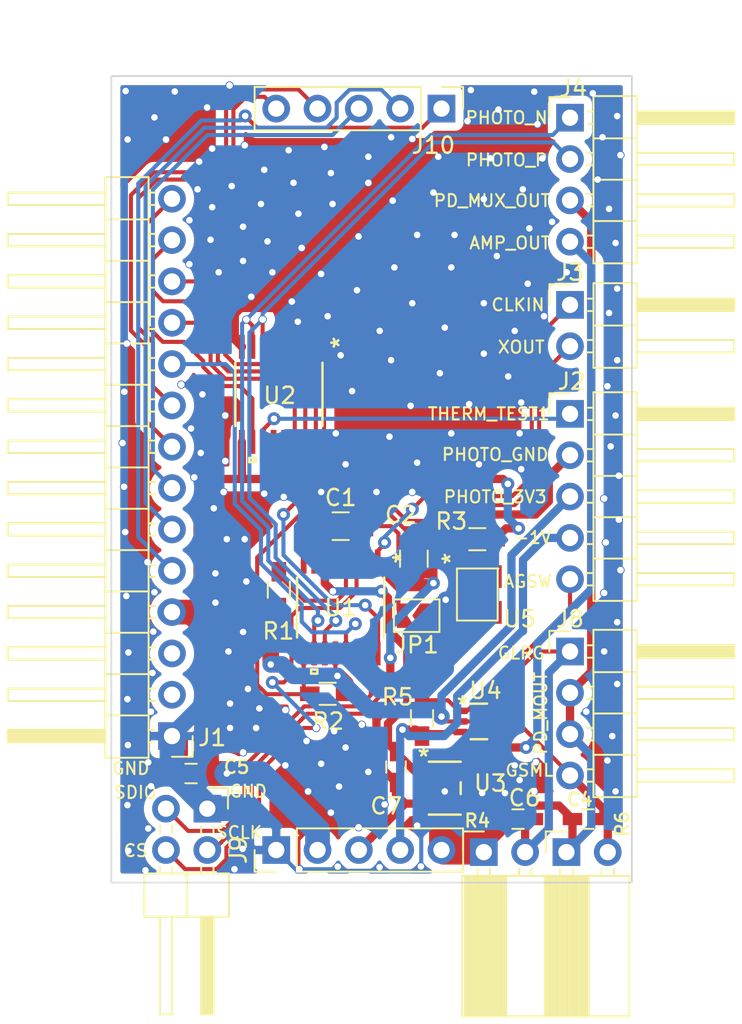
<source format=kicad_pcb>
(kicad_pcb (version 20171130) (host pcbnew "(5.1.6-0-10_14)")
  (layers (0 F.Cu signal) (31 B.Cu signal) (34 B.Paste user) (35 F.Paste user) (36 B.SilkS user) (37 F.SilkS user) (38 B.Mask user) (39 F.Mask user) (44 Edge.Cuts user))
  (net 0 "")
  (net 1 GND)
  (net 2 "Net-(C1-Pad1)")
  (net 3 "Net-(C2-Pad1)")
  (net 4 PD_MUX_OUT)
  (net 5 VCC_LOGIC)
  (net 6 /AMP_OUT)
  (net 7 THERM_WELL)
  (net 8 I2C_SDA)
  (net 9 I2C_SCL)
  (net 10 ADC_DRDY)
  (net 11 PD_REF_PWM)
  (net 12 PD_MUX_GPIO1)
  (net 13 PD_MUX_GPIO2)
  (net 14 PD_MUX_GPIO3)
  (net 15 PD_MUX_GPIO4)
  (net 16 PD_MUX_GPIO5)
  (net 17 THERM_TEST1)
  (net 18 /AMP_GAIN_SW)
  (net 19 DEMOD_SPI_CS)
  (net 20 DEMOD_SPI_SDIO)
  (net 21 DEMOD_SPI_SCLK)
  (net 22 "Net-(R1-Pad1)")
  (net 23 "Net-(R3-Pad1)")
  (net 24 PHOTO_GND)
  (net 25 /GAIN_SMALL)
  (net 26 /GAIN_LARGE)
  (net 27 -1V)
  (net 28 PHOTO_3V3)
  (net 29 XOUT)
  (net 30 CLKIN)
  (net 31 /PHOTO_OUT_P)
  (net 32 /PHOTO_OUT_N)
  (net 33 "Net-(JP1-Pad1)")
  (module Ninja-qPCR:ADS1219IPWR (layer F.Cu) (at 93.3 82 270)
    (fp_text reference U2 (at 0.07 -0.05 180) (layer F.SilkS))
    (fp_text value ADS1219IPWR hide)
    (fp_text user * (at -3.175 -3.773601 90) (layer F.SilkS))
    (fp_text user * (at -3.175 -3.773601 90) (layer F.SilkS))
    (pad 16 smd rect (at 2.921 -2.274999 270) (size 1.4732 0.3556) (layers F.Cu F.Paste F.Mask) (net 9 I2C_SCL))
    (pad 15 smd rect (at 2.921 -1.624998 270) (size 1.4732 0.3556) (layers F.Cu F.Paste F.Mask) (net 8 I2C_SDA))
    (pad 14 smd rect (at 2.921 -0.974999 270) (size 1.4732 0.3556) (layers F.Cu F.Paste F.Mask) (net 10 ADC_DRDY))
    (pad 13 smd rect (at 2.921 -0.324998 270) (size 1.4732 0.3556) (layers F.Cu F.Paste F.Mask) (net 5 VCC_LOGIC))
    (pad 12 smd rect (at 2.921 0.325001 270) (size 1.4732 0.3556) (layers F.Cu F.Paste F.Mask) (net 5 VCC_LOGIC))
    (pad 11 smd rect (at 2.921 0.974999 270) (size 1.4732 0.3556) (layers F.Cu F.Paste F.Mask) (net 17 THERM_TEST1))
    (pad 10 smd rect (at 2.921 1.625001 270) (size 1.4732 0.3556) (layers F.Cu F.Paste F.Mask) (net 7 THERM_WELL))
    (pad 9 smd rect (at 2.921 2.274999 270) (size 1.4732 0.3556) (layers F.Cu F.Paste F.Mask) (net 5 VCC_LOGIC))
    (pad 8 smd rect (at -2.921 2.274999 270) (size 1.4732 0.3556) (layers F.Cu F.Paste F.Mask) (net 1 GND))
    (pad 7 smd rect (at -2.921 1.624998 270) (size 1.4732 0.3556) (layers F.Cu F.Paste F.Mask) (net 32 /PHOTO_OUT_N))
    (pad 6 smd rect (at -2.921 0.974999 270) (size 1.4732 0.3556) (layers F.Cu F.Paste F.Mask) (net 31 /PHOTO_OUT_P))
    (pad 5 smd rect (at -2.921 0.324998 270) (size 1.4732 0.3556) (layers F.Cu F.Paste F.Mask) (net 1 GND))
    (pad 4 smd rect (at -2.921 -0.325001 270) (size 1.4732 0.3556) (layers F.Cu F.Paste F.Mask) (net 1 GND))
    (pad 3 smd rect (at -2.921 -0.974999 270) (size 1.4732 0.3556) (layers F.Cu F.Paste F.Mask) (net 5 VCC_LOGIC))
    (pad 2 smd rect (at -2.921 -1.625001 270) (size 1.4732 0.3556) (layers F.Cu F.Paste F.Mask) (net 1 GND))
    (pad 1 smd rect (at -2.921 -2.274999 270) (size 1.4732 0.3556) (layers F.Cu F.Paste F.Mask) (net 1 GND))
  )
  (module Capacitors_SMD:C_0805_HandSoldering (layer F.Cu) (at 97.1 90.1)
    (fp_text reference C1 (at 0 -1.75) (layer F.SilkS))
    (fp_text value 1uF)
    (pad 2 smd rect (at 1.25 0) (size 1.5 1.25) (layers F.Cu F.Paste F.Mask) (net 24 PHOTO_GND))
    (pad 1 smd rect (at -1.25 0) (size 1.5 1.25) (layers F.Cu F.Paste F.Mask) (net 2 "Net-(C1-Pad1)"))
  )
  (module Capacitors_SMD:C_0603_HandSoldering (layer F.Cu) (at 112.3 108.1 180)
    (fp_text reference C4 (at 0.5 1.2) (layer F.SilkS) (effects (font (size 0.8 0.8))))
    (fp_text value 22pF)
    (pad 1 smd rect (at -0.95 0 180) (size 1.2 0.75) (layers F.Cu F.Paste F.Mask) (net 25 /GAIN_SMALL))
    (pad 2 smd rect (at 0.95 0 180) (size 1.2 0.75) (layers F.Cu F.Paste F.Mask) (net 4 PD_MUX_OUT))
  )
  (module Capacitors_SMD:C_0603_HandSoldering (layer F.Cu) (at 87.9 105.3 180)
    (fp_text reference C5 (at -2.8 0.4) (layer F.SilkS) (effects (font (size 0.8 0.8))))
    (fp_text value 0.1uF)
    (pad 2 smd rect (at 0.95 0 180) (size 1.2 0.75) (layers F.Cu F.Paste F.Mask) (net 1 GND))
    (pad 1 smd rect (at -0.95 0 180) (size 1.2 0.75) (layers F.Cu F.Paste F.Mask) (net 5 VCC_LOGIC))
  )
  (module Capacitors_SMD:C_0603_HandSoldering (layer F.Cu) (at 108 108.1 180)
    (fp_text reference C6 (at -0.4 1.3) (layer F.SilkS))
    (fp_text value 22pF)
    (pad 1 smd rect (at -0.95 0 180) (size 1.2 0.75) (layers F.Cu F.Paste F.Mask) (net 26 /GAIN_LARGE))
    (pad 2 smd rect (at 0.95 0 180) (size 1.2 0.75) (layers F.Cu F.Paste F.Mask) (net 4 PD_MUX_OUT))
  )
  (module Capacitors_SMD:C_0603_HandSoldering (layer F.Cu) (at 100.5 104.9 90)
    (fp_text reference C7 (at -2.4 -0.6 180) (layer F.SilkS))
    (fp_text value 0.1uF)
    (pad 2 smd rect (at 0.95 0 90) (size 1.2 0.75) (layers F.Cu F.Paste F.Mask) (net 6 /AMP_OUT))
    (pad 1 smd rect (at -0.95 0 90) (size 1.2 0.75) (layers F.Cu F.Paste F.Mask) (net 24 PHOTO_GND))
  )
  (module Resistors_SMD:R_0603_HandSoldering (layer F.Cu) (at 93.3 94 270)
    (fp_text reference R1 (at 2.55 0.03 180) (layer F.SilkS))
    (fp_text value 10K)
    (pad 2 smd rect (at 1.1 0 270) (size 1.2 0.9) (layers F.Cu F.Paste F.Mask) (net 28 PHOTO_3V3))
    (pad 1 smd rect (at -1.1 0 270) (size 1.2 0.9) (layers F.Cu F.Paste F.Mask) (net 22 "Net-(R1-Pad1)"))
  )
  (module Resistors_SMD:R_0603_HandSoldering (layer F.Cu) (at 96.3 100.4)
    (fp_text reference R2 (at 0.03 1.69) (layer F.SilkS))
    (fp_text value 10K)
    (pad 1 smd rect (at -1.1 0) (size 1.2 0.9) (layers F.Cu F.Paste F.Mask) (net 3 "Net-(C2-Pad1)"))
    (pad 2 smd rect (at 1.1 0) (size 1.2 0.9) (layers F.Cu F.Paste F.Mask) (net 28 PHOTO_3V3))
  )
  (module Resistors_SMD:R_0603_HandSoldering (layer F.Cu) (at 105.5 90.9)
    (fp_text reference R3 (at -1.6 -1.1) (layer F.SilkS))
    (fp_text value 10K)
    (pad 2 smd rect (at 1.1 0) (size 1.2 0.9) (layers F.Cu F.Paste F.Mask) (net 5 VCC_LOGIC))
    (pad 1 smd rect (at -1.1 0) (size 1.2 0.9) (layers F.Cu F.Paste F.Mask) (net 23 "Net-(R3-Pad1)"))
  )
  (module Ninja-qPCR:ADA2200ARUZ (layer F.Cu) (at 97.1 95.1 270)
    (fp_text reference U1 (at 0.02 0 180) (layer F.SilkS))
    (fp_text value ADA2200ARUZ hide)
    (fp_text user * (at -3.0734 -3.773601 90) (layer F.SilkS))
    (fp_text user * (at -3.0734 -3.773601 90) (layer F.SilkS))
    (pad 16 smd rect (at 2.8194 -2.274999 270) (size 1.4732 0.3556) (layers F.Cu F.Paste F.Mask) (net 29 XOUT))
    (pad 15 smd rect (at 2.8194 -1.624998 270) (size 1.4732 0.3556) (layers F.Cu F.Paste F.Mask) (net 21 DEMOD_SPI_SCLK))
    (pad 14 smd rect (at 2.8194 -0.974999 270) (size 1.4732 0.3556) (layers F.Cu F.Paste F.Mask) (net 20 DEMOD_SPI_SDIO))
    (pad 13 smd rect (at 2.8194 -0.324998 270) (size 1.4732 0.3556) (layers F.Cu F.Paste F.Mask) (net 11 PD_REF_PWM))
    (pad 12 smd rect (at 2.8194 0.325001 270) (size 1.4732 0.3556) (layers F.Cu F.Paste F.Mask) (net 28 PHOTO_3V3))
    (pad 11 smd rect (at 2.8194 0.974999 270) (size 1.4732 0.3556) (layers F.Cu F.Paste F.Mask) (net 31 /PHOTO_OUT_P))
    (pad 10 smd rect (at 2.8194 1.625001 270) (size 1.4732 0.3556) (layers F.Cu F.Paste F.Mask) (net 32 /PHOTO_OUT_N))
    (pad 9 smd rect (at 2.8194 2.274999 270) (size 1.4732 0.3556) (layers F.Cu F.Paste F.Mask) (net 3 "Net-(C2-Pad1)"))
    (pad 8 smd rect (at -2.8194 2.274999 270) (size 1.4732 0.3556) (layers F.Cu F.Paste F.Mask) (net 2 "Net-(C1-Pad1)"))
    (pad 7 smd rect (at -2.8194 1.624998 270) (size 1.4732 0.3556) (layers F.Cu F.Paste F.Mask) (net 24 PHOTO_GND))
    (pad 6 smd rect (at -2.8194 0.974999 270) (size 1.4732 0.3556) (layers F.Cu F.Paste F.Mask) (net 6 /AMP_OUT))
    (pad 5 smd rect (at -2.8194 0.324998 270) (size 1.4732 0.3556) (layers F.Cu F.Paste F.Mask) (net 24 PHOTO_GND))
    (pad 4 smd rect (at -2.8194 -0.325001 270) (size 1.4732 0.3556) (layers F.Cu F.Paste F.Mask) (net 22 "Net-(R1-Pad1)"))
    (pad 3 smd rect (at -2.8194 -0.974999 270) (size 1.4732 0.3556) (layers F.Cu F.Paste F.Mask) (net 19 DEMOD_SPI_CS))
    (pad 2 smd rect (at -2.8194 -1.625001 270) (size 1.4732 0.3556) (layers F.Cu F.Paste F.Mask))
    (pad 1 smd rect (at -2.8194 -2.274999 270) (size 1.4732 0.3556) (layers F.Cu F.Paste F.Mask) (net 30 CLKIN))
  )
  (module Pin_Headers:Pin_Header_Angled_1x14_Pitch2.54mm (layer F.Cu) (at 86.73 103 180)
    (fp_text reference J1 (at -2.47 -0.1) (layer F.SilkS))
    (fp_text value Conn_01x14_Male)
    (pad 14 thru_hole oval (at 0 33.02 180) (size 1.7 1.7) (drill 1) (layers *.Cu *.Mask) (net 7 THERM_WELL))
    (pad 13 thru_hole oval (at 0 30.48 180) (size 1.7 1.7) (drill 1) (layers *.Cu *.Mask) (net 8 I2C_SDA))
    (pad 12 thru_hole oval (at 0 27.94 180) (size 1.7 1.7) (drill 1) (layers *.Cu *.Mask) (net 9 I2C_SCL))
    (pad 11 thru_hole oval (at 0 25.4 180) (size 1.7 1.7) (drill 1) (layers *.Cu *.Mask) (net 10 ADC_DRDY))
    (pad 10 thru_hole oval (at 0 22.86 180) (size 1.7 1.7) (drill 1) (layers *.Cu *.Mask) (net 11 PD_REF_PWM))
    (pad 9 thru_hole oval (at 0 20.32 180) (size 1.7 1.7) (drill 1) (layers *.Cu *.Mask) (net 12 PD_MUX_GPIO1))
    (pad 8 thru_hole oval (at 0 17.78 180) (size 1.7 1.7) (drill 1) (layers *.Cu *.Mask) (net 13 PD_MUX_GPIO2))
    (pad 7 thru_hole oval (at 0 15.24 180) (size 1.7 1.7) (drill 1) (layers *.Cu *.Mask) (net 14 PD_MUX_GPIO3))
    (pad 6 thru_hole oval (at 0 12.7 180) (size 1.7 1.7) (drill 1) (layers *.Cu *.Mask) (net 15 PD_MUX_GPIO4))
    (pad 5 thru_hole oval (at 0 10.16 180) (size 1.7 1.7) (drill 1) (layers *.Cu *.Mask) (net 16 PD_MUX_GPIO5))
    (pad 4 thru_hole oval (at 0 7.62 180) (size 1.7 1.7) (drill 1) (layers *.Cu *.Mask) (net 5 VCC_LOGIC))
    (pad 3 thru_hole oval (at 0 5.08 180) (size 1.7 1.7) (drill 1) (layers *.Cu *.Mask))
    (pad 2 thru_hole oval (at 0 2.54 180) (size 1.7 1.7) (drill 1) (layers *.Cu *.Mask))
    (pad 1 thru_hole rect (at 0 0 180) (size 1.7 1.7) (drill 1) (layers *.Cu *.Mask) (net 1 GND))
  )
  (module Socket_Strips:Socket_Strip_Angled_1x02_Pitch2.54mm (layer F.Cu) (at 110.98 110.13 90)
    (fp_text reference R6 (at 1.73 3.42 90) (layer F.SilkS) (effects (font (size 0.8 0.8))))
    (fp_text value R)
    (pad 1 thru_hole rect (at 0 0 90) (size 1.7 1.7) (drill 1) (layers *.Cu *.Mask) (net 4 PD_MUX_OUT))
    (pad 2 thru_hole oval (at 0 2.54 90) (size 1.7 1.7) (drill 1) (layers *.Cu *.Mask) (net 25 /GAIN_SMALL))
  )
  (module Pin_Headers:Pin_Header_Angled_2x02_Pitch2.54mm (layer F.Cu) (at 88.9 107.46 270)
    (fp_text reference JSPI1 hide)
    (fp_text value Conn_01x04_Male)
    (pad 4 thru_hole oval (at 2.54 2.54 270) (size 1.7 1.7) (drill 1) (layers *.Cu *.Mask) (net 19 DEMOD_SPI_CS))
    (pad 3 thru_hole oval (at 0 2.54 270) (size 1.7 1.7) (drill 1) (layers *.Cu *.Mask) (net 20 DEMOD_SPI_SDIO))
    (pad 2 thru_hole oval (at 2.54 0 270) (size 1.7 1.7) (drill 1) (layers *.Cu *.Mask) (net 21 DEMOD_SPI_SCLK))
    (pad 1 thru_hole rect (at 0 0 270) (size 1.7 1.7) (drill 1) (layers *.Cu *.Mask) (net 1 GND))
  )
  (module Capacitors_SMD:C_0805_HandSoldering (layer F.Cu) (at 101.6 92.1 270)
    (fp_text reference C2 (at -2.7 0.8 180) (layer F.SilkS))
    (fp_text value 10uF)
    (pad 2 smd rect (at 1.25 0 270) (size 1.5 1.25) (layers F.Cu F.Paste F.Mask) (net 24 PHOTO_GND))
    (pad 1 smd rect (at -1.25 0 270) (size 1.5 1.25) (layers F.Cu F.Paste F.Mask) (net 3 "Net-(C2-Pad1)"))
  )
  (module Pin_Headers:Pin_Header_Angled_1x05_Pitch2.54mm (layer F.Cu) (at 111.2 83.2)
    (fp_text reference J2 (at 0.1 -2) (layer F.SilkS))
    (fp_text value Conn_01x05_Male)
    (pad 5 thru_hole oval (at 0 10.16) (size 1.7 1.7) (drill 1) (layers *.Cu *.Mask) (net 18 /AMP_GAIN_SW))
    (pad 4 thru_hole oval (at 0 7.62) (size 1.7 1.7) (drill 1) (layers *.Cu *.Mask) (net 27 -1V))
    (pad 3 thru_hole oval (at 0 5.08) (size 1.7 1.7) (drill 1) (layers *.Cu *.Mask) (net 28 PHOTO_3V3))
    (pad 2 thru_hole oval (at 0 2.54) (size 1.7 1.7) (drill 1) (layers *.Cu *.Mask) (net 24 PHOTO_GND))
    (pad 1 thru_hole rect (at 0 0) (size 1.7 1.7) (drill 1) (layers *.Cu *.Mask) (net 17 THERM_TEST1))
  )
  (module Pin_Headers:Pin_Header_Angled_1x02_Pitch2.54mm (layer F.Cu) (at 111.2 76.5)
    (fp_text reference J3 (at 0 -2) (layer F.SilkS))
    (fp_text value Conn_01x02_Male)
    (pad 2 thru_hole oval (at 0 2.54) (size 1.7 1.7) (drill 1) (layers *.Cu *.Mask) (net 29 XOUT))
    (pad 1 thru_hole rect (at 0 0) (size 1.7 1.7) (drill 1) (layers *.Cu *.Mask) (net 30 CLKIN))
  )
  (module Pin_Headers:Pin_Header_Angled_1x04_Pitch2.54mm (layer F.Cu) (at 111.2 97.8)
    (fp_text reference J8 (at 0 -2) (layer F.SilkS))
    (fp_text value Conn_01x04_Male)
    (pad 4 thru_hole oval (at 0 7.62) (size 1.7 1.7) (drill 1) (layers *.Cu *.Mask) (net 25 /GAIN_SMALL))
    (pad 3 thru_hole oval (at 0 5.08) (size 1.7 1.7) (drill 1) (layers *.Cu *.Mask) (net 4 PD_MUX_OUT))
    (pad 2 thru_hole oval (at 0 2.54) (size 1.7 1.7) (drill 1) (layers *.Cu *.Mask) (net 4 PD_MUX_OUT))
    (pad 1 thru_hole rect (at 0 0) (size 1.7 1.7) (drill 1) (layers *.Cu *.Mask) (net 26 /GAIN_LARGE))
  )
  (module Pin_Headers:Pin_Header_Straight_1x05_Pitch2.54mm (layer F.Cu) (at 93.138 110 90)
    (fp_text reference J9 (at 0 -2.33 90) (layer F.SilkS))
    (fp_text value Conn_01x05_Female)
    (pad 5 thru_hole oval (at 0 10.16 90) (size 1.7 1.7) (drill 1) (layers *.Cu *.Mask) (net 4 PD_MUX_OUT))
    (pad 4 thru_hole oval (at 0 7.62 90) (size 1.7 1.7) (drill 1) (layers *.Cu *.Mask) (net 27 -1V))
    (pad 3 thru_hole oval (at 0 5.08 90) (size 1.7 1.7) (drill 1) (layers *.Cu *.Mask) (net 24 PHOTO_GND))
    (pad 2 thru_hole oval (at 0 2.54 90) (size 1.7 1.7) (drill 1) (layers *.Cu *.Mask) (net 5 VCC_LOGIC))
    (pad 1 thru_hole rect (at 0 0 90) (size 1.7 1.7) (drill 1) (layers *.Cu *.Mask) (net 1 GND))
  )
  (module Pin_Headers:Pin_Header_Straight_1x05_Pitch2.54mm (layer F.Cu) (at 103.298 64.44 270)
    (fp_text reference J10 (at 2.26 0.498 180) (layer F.SilkS))
    (fp_text value Conn_01x05_Female)
    (pad 1 thru_hole rect (at 0 0 270) (size 1.7 1.7) (drill 1) (layers *.Cu *.Mask) (net 16 PD_MUX_GPIO5))
    (pad 2 thru_hole oval (at 0 2.54 270) (size 1.7 1.7) (drill 1) (layers *.Cu *.Mask) (net 15 PD_MUX_GPIO4))
    (pad 3 thru_hole oval (at 0 5.08 270) (size 1.7 1.7) (drill 1) (layers *.Cu *.Mask) (net 14 PD_MUX_GPIO3))
    (pad 4 thru_hole oval (at 0 7.62 270) (size 1.7 1.7) (drill 1) (layers *.Cu *.Mask) (net 13 PD_MUX_GPIO2))
    (pad 5 thru_hole oval (at 0 10.16 270) (size 1.7 1.7) (drill 1) (layers *.Cu *.Mask) (net 12 PD_MUX_GPIO1))
  )
  (module Socket_Strips:Socket_Strip_Angled_1x02_Pitch2.54mm (layer F.Cu) (at 105.9 110.13 90)
    (fp_text reference R4 (at 1.93 -0.4 180) (layer F.SilkS) (effects (font (size 0.8 0.8))))
    (fp_text value R)
    (pad 1 thru_hole rect (at 0 0 90) (size 1.7 1.7) (drill 1) (layers *.Cu *.Mask) (net 4 PD_MUX_OUT))
    (pad 2 thru_hole oval (at 0 2.54 90) (size 1.7 1.7) (drill 1) (layers *.Cu *.Mask) (net 26 /GAIN_LARGE))
  )
  (module Ninja-qPCR:AD8605ARTZ-R2 (layer F.Cu) (at 103.5 106.2)
    (fp_text reference U3 (at 2.8 -0.3) (layer F.SilkS))
    (fp_text value AD8605ARTZ-R2 hide)
    (fp_text user * (at -1.3 -1.9) (layer F.SilkS))
    (fp_text user * (at -1.3 -1.9) (layer F.SilkS))
    (pad 5 smd rect (at 1.2192 -0.950001) (size 1.27 0.508) (layers F.Cu F.Paste F.Mask) (net 28 PHOTO_3V3))
    (pad 4 smd rect (at 1.2192 0.950001) (size 1.27 0.508) (layers F.Cu F.Paste F.Mask) (net 4 PD_MUX_OUT))
    (pad 3 smd rect (at -1.2192 0.950001) (size 1.27 0.508) (layers F.Cu F.Paste F.Mask) (net 24 PHOTO_GND))
    (pad 2 smd rect (at -1.2192 0) (size 1.27 0.508) (layers F.Cu F.Paste F.Mask) (net 24 PHOTO_GND))
    (pad 1 smd rect (at -1.2192 -0.950001) (size 1.27 0.508) (layers F.Cu F.Paste F.Mask) (net 6 /AMP_OUT))
  )
  (module Ninja-qPCR:TS5A9411DCKR (layer F.Cu) (at 105.6 102.1)
    (fp_text reference U4 (at 0.4 -1.9) (layer F.SilkS))
    (fp_text value TS5A9411DCKR hide)
    (fp_text user * (at -1 -1) (layer F.SilkS))
    (pad 1 smd rect (at -1.124999 -0.650001 90) (size 0.399999 0.850001) (layers F.Cu F.Paste F.Mask) (net 18 /AMP_GAIN_SW))
    (pad 2 smd rect (at -1.124999 0 90) (size 0.399999 0.850001) (layers F.Cu F.Paste F.Mask) (net 28 PHOTO_3V3))
    (pad 3 smd rect (at -1.124999 0.649999 90) (size 0.399999 0.850001) (layers F.Cu F.Paste F.Mask) (net 27 -1V))
    (pad 4 smd rect (at 1.125002 0.649999 90) (size 0.399999 0.850001) (layers F.Cu F.Paste F.Mask) (net 26 /GAIN_LARGE))
    (pad 5 smd rect (at 1.125002 0 90) (size 0.399999 0.850001) (layers F.Cu F.Paste F.Mask) (net 6 /AMP_OUT))
    (pad 6 smd rect (at 1.125002 -0.650001 90) (size 0.399999 0.850001) (layers F.Cu F.Paste F.Mask) (net 25 /GAIN_SMALL))
  )
  (module Ninja-qPCR:COM1305-0.032768-EXT-T-TR (layer F.Cu) (at 105.5 94.3 270)
    (fp_text reference U5 (at 1.5 -2.6 180) (layer F.SilkS))
    (fp_text value COM1305-0.032768-EXT-T-TR)
    (fp_text user * (at -2.2 1.6 90) (layer F.SilkS))
    (pad 1 smd rect (at -1.1 0.8 270) (size 1.4 1.4) (layers F.Cu F.Paste F.Mask) (net 23 "Net-(R3-Pad1)"))
    (pad 2 smd rect (at 1.1 0.8 270) (size 1.4 1.4) (layers F.Cu F.Paste F.Mask) (net 1 GND))
    (pad 3 smd rect (at 1.1 -0.8 270) (size 1.4 1.4) (layers F.Cu F.Paste F.Mask) (net 33 "Net-(JP1-Pad1)"))
    (pad 4 smd rect (at -1.1 -0.8 270) (size 1.4 1.4) (layers F.Cu F.Paste F.Mask) (net 5 VCC_LOGIC))
  )
  (module Jumper:SolderJumper-2_P1.3mm_Open_TrianglePad1.0x1.5mm (layer F.Cu) (at 101.775 95.6 180)
    (fp_text reference JP1 (at 0 -1.8) (layer F.SilkS))
    (fp_text value Jumper)
    (pad 2 smd custom (at 0.725 0 180) (size 0.3 0.3) (layers F.Cu F.Mask) (net 30 CLKIN) (options (clearance outline) (anchor rect)) (primitives (gr_poly (pts (xy -0.65 -0.75) (xy 0.5 -0.75) (xy 0.5 0.75) (xy -0.65 0.75) (xy -0.15 0)) (width 0))))
    (pad 1 smd custom (at -0.725 0 180) (size 0.3 0.3) (layers F.Cu F.Mask) (net 33 "Net-(JP1-Pad1)") (options (clearance outline) (anchor rect)) (primitives (gr_poly (pts (xy -0.5 -0.75) (xy 0.5 -0.75) (xy 1 0) (xy 0.5 0.75) (xy -0.5 0.75)) (width 0))))
  )
  (module Resistors_SMD:R_0603_HandSoldering (layer F.Cu) (at 102.1 101.9 270)
    (fp_text reference R5 (at -1.3 1.5 180) (layer F.SilkS))
    (fp_text value R)
    (pad 2 smd rect (at 1.1 0 270) (size 1.2 0.9) (layers F.Cu F.Paste F.Mask) (net 27 -1V))
    (pad 1 smd rect (at -1.1 0 270) (size 1.2 0.9) (layers F.Cu F.Paste F.Mask) (net 18 /AMP_GAIN_SW))
  )
  (module Pin_Headers:Pin_Header_Angled_1x04_Pitch2.54mm (layer F.Cu) (at 111.2 65)
    (fp_text reference J4 (at 0.2 -1.8) (layer F.SilkS))
    (fp_text value Conn_01x04_Male)
    (pad 4 thru_hole oval (at 0 7.62) (size 1.7 1.7) (drill 1) (layers *.Cu *.Mask) (net 6 /AMP_OUT))
    (pad 3 thru_hole oval (at 0 5.08) (size 1.7 1.7) (drill 1) (layers *.Cu *.Mask) (net 4 PD_MUX_OUT))
    (pad 2 thru_hole oval (at 0 2.54) (size 1.7 1.7) (drill 1) (layers *.Cu *.Mask) (net 31 /PHOTO_OUT_P))
    (pad 1 thru_hole rect (at 0 0) (size 1.7 1.7) (drill 1) (layers *.Cu *.Mask) (net 32 /PHOTO_OUT_N))
  )
  (gr_text GSML (at 108.7 105.1) (layer F.SilkS) (effects (font (size 0.75 0.75) (thickness 0.125))))
  (gr_text PD_MOUT (at 109.4 101.6 90) (layer F.SilkS) (effects (font (size 0.75 0.75) (thickness 0.125))))
  (gr_text GLRG (at 108.2 97.9) (layer F.SilkS) (effects (font (size 0.75 0.75) (thickness 0.125))))
  (gr_text AGSW (at 108.6 93.5) (layer F.SilkS) (effects (font (size 0.75 0.75) (thickness 0.125))))
  (gr_text -1V (at 108.9 90.8) (layer F.SilkS) (effects (font (size 0.75 0.75) (thickness 0.125))))
  (gr_text PHOTO_3V3 (at 106.6 88.3) (layer F.SilkS) (effects (font (size 0.75 0.75) (thickness 0.125))))
  (gr_text PHOTO_GND (at 106.6 85.7) (layer F.SilkS) (effects (font (size 0.75 0.75) (thickness 0.125))))
  (gr_text THERM_TEST1 (at 106.2 83.2) (layer F.SilkS) (effects (font (size 0.75 0.75) (thickness 0.125))))
  (gr_text XOUT (at 108.2 79.1) (layer F.SilkS) (effects (font (size 0.75 0.75) (thickness 0.125))))
  (gr_text CLKIN (at 108 76.5) (layer F.SilkS) (effects (font (size 0.75 0.75) (thickness 0.125))))
  (gr_text AMP_OUT (at 107.5 72.7) (layer F.SilkS) (effects (font (size 0.75 0.75) (thickness 0.125))))
  (gr_text PD_MUX_OUT (at 106.4 70.1) (layer F.SilkS) (effects (font (size 0.75 0.75) (thickness 0.125))))
  (gr_text PHOTO_P (at 107.3 67.6) (layer F.SilkS) (effects (font (size 0.75 0.75) (thickness 0.125))))
  (gr_text PHOTO_N (at 107.3 65) (layer F.SilkS) (effects (font (size 0.75 0.75) (thickness 0.125))))
  (gr_text GND (at 84.2 104.99) (layer F.SilkS) (effects (font (size 0.75 0.75) (thickness 0.125))))
  (gr_text SCLK (at 90.85 108.93) (layer F.SilkS) (effects (font (size 0.75 0.75) (thickness 0.125))))
  (gr_text CS (at 84.49 110.04) (layer F.SilkS) (effects (font (size 0.75 0.75) (thickness 0.125))))
  (gr_text SD IO (at 84.48 106.46) (layer F.SilkS) (effects (font (size 0.75 0.75) (thickness 0.125))))
  (gr_text GND (at 91.42 106.39) (layer F.SilkS) (effects (font (size 0.75 0.75) (thickness 0.125))))
  (gr_line (start 83 112) (end 83 62.44) (layer Edge.Cuts) (width 0.1))
  (gr_line (start 115 112) (end 83 112) (layer Edge.Cuts) (width 0.1))
  (gr_line (start 115 62.44) (end 115 112) (layer Edge.Cuts) (width 0.1))
  (gr_line (start 83 62.44) (end 115 62.44) (layer Edge.Cuts) (width 0.1))
  (segment (start 90.598 107.46) (end 88.9 107.46) (width 1.524) (layer B.Cu) (net 1))
  (segment (start 86.95 103.22) (end 86.73 103) (width 1.524) (layer F.Cu) (net 1))
  (segment (start 86.95 105.3) (end 86.95 103.22) (width 1.524) (layer F.Cu) (net 1))
  (segment (start 86.73 105.148238) (end 86.73 103) (width 1.524) (layer B.Cu) (net 1))
  (segment (start 88.9 107.318238) (end 86.73 105.148238) (width 1.524) (layer B.Cu) (net 1))
  (segment (start 88.9 107.46) (end 88.9 107.318238) (width 1.524) (layer B.Cu) (net 1))
  (via (at 90.27 63.02) (size 0.508) (drill 0.4) (layers F.Cu B.Cu) (net 1))
  (via (at 88.89 64.37) (size 0.508) (drill 0.4) (layers F.Cu B.Cu) (net 1))
  (via (at 83.88 63.36) (size 0.508) (drill 0.4) (layers F.Cu B.Cu) (net 1))
  (via (at 86.9 63.39) (size 0.508) (drill 0.4) (layers F.Cu B.Cu) (net 1))
  (via (at 84 66.34) (size 0.508) (drill 0.4) (layers F.Cu B.Cu) (net 1))
  (via (at 86.36 66.34) (size 0.508) (drill 0.4) (layers F.Cu B.Cu) (net 1))
  (via (at 85.65 64.98) (size 0.508) (drill 0.4) (layers F.Cu B.Cu) (net 1))
  (via (at 83.95 78.88) (size 0.508) (drill 0.4) (layers F.Cu B.Cu) (net 1))
  (via (at 85.22 92.31) (size 0.508) (drill 0.4) (layers F.Cu B.Cu) (net 1))
  (via (at 83.85 90.46) (size 0.508) (drill 0.4) (layers F.Cu B.Cu) (net 1))
  (via (at 83.69 84.99) (size 0.508) (drill 0.4) (layers F.Cu B.Cu) (net 1))
  (via (at 83.8 81.84) (size 0.508) (drill 0.4) (layers F.Cu B.Cu) (net 1))
  (via (at 83.78 87.68) (size 0.508) (drill 0.4) (layers F.Cu B.Cu) (net 1))
  (via (at 83.92 94.39) (size 0.508) (drill 0.4) (layers F.Cu B.Cu) (net 1))
  (via (at 85.65 94.16) (size 0.508) (drill 0.4) (layers F.Cu B.Cu) (net 1))
  (via (at 85.58 96.58) (size 0.508) (drill 0.4) (layers F.Cu B.Cu) (net 1))
  (via (at 85.53 99.12) (size 0.508) (drill 0.4) (layers F.Cu B.Cu) (net 1))
  (via (at 85.44 101.5) (size 0.508) (drill 0.4) (layers F.Cu B.Cu) (net 1))
  (via (at 85.27 104.61) (size 0.508) (drill 0.4) (layers F.Cu B.Cu) (net 1))
  (via (at 85.44 106.08) (size 0.508) (drill 0.4) (layers F.Cu B.Cu) (net 1))
  (via (at 85.27 108.68) (size 0.508) (drill 0.4) (layers F.Cu B.Cu) (net 1))
  (via (at 85.1 111.25) (size 0.508) (drill 0.4) (layers F.Cu B.Cu) (net 1))
  (via (at 84.05 110.05) (size 0.508) (drill 0.4) (layers F.Cu B.Cu) (net 1))
  (via (at 83.99 107.24) (size 0.508) (drill 0.4) (layers F.Cu B.Cu) (net 1))
  (via (at 84.02 103.55) (size 0.508) (drill 0.4) (layers F.Cu B.Cu) (net 1))
  (via (at 83.99 100.73) (size 0.508) (drill 0.4) (layers F.Cu B.Cu) (net 1))
  (via (at 84.05 97.86) (size 0.508) (drill 0.4) (layers F.Cu B.Cu) (net 1))
  (via (at 90.57 111.18) (size 0.508) (drill 0.4) (layers F.Cu B.Cu) (net 1))
  (via (at 91.07 109.93) (size 0.508) (drill 0.4) (layers F.Cu B.Cu) (net 1))
  (via (at 94.56 111.18) (size 0.508) (drill 0.4) (layers F.Cu B.Cu) (net 1))
  (via (at 96.92 111.02) (size 0.508) (drill 0.4) (layers F.Cu B.Cu) (net 1))
  (via (at 99.49 111.06) (size 0.508) (drill 0.4) (layers F.Cu B.Cu) (net 1))
  (via (at 102.03 111.01) (size 0.508) (drill 0.4) (layers F.Cu B.Cu) (net 1))
  (segment (start 90.24 63.02) (end 88.89 64.37) (width 0.25) (layer B.Cu) (net 1))
  (segment (start 90.27 63.02) (end 90.24 63.02) (width 0.25) (layer B.Cu) (net 1))
  (segment (start 101.726001 111.313999) (end 102.03 111.01) (width 0.25) (layer B.Cu) (net 1))
  (segment (start 99.743999 111.313999) (end 101.726001 111.313999) (width 0.25) (layer B.Cu) (net 1))
  (segment (start 99.49 111.06) (end 99.743999 111.313999) (width 0.25) (layer B.Cu) (net 1))
  (segment (start 96.76 111.18) (end 94.56 111.18) (width 0.25) (layer B.Cu) (net 1))
  (segment (start 96.92 111.02) (end 96.76 111.18) (width 0.25) (layer B.Cu) (net 1))
  (segment (start 84.04 66.38) (end 84 66.34) (width 0.25) (layer B.Cu) (net 1))
  (segment (start 94.318 111.18) (end 93.138 110) (width 0.25) (layer B.Cu) (net 1))
  (segment (start 94.56 111.18) (end 94.318 111.18) (width 0.25) (layer B.Cu) (net 1))
  (segment (start 93.6196 76.691999) (end 94.2138 77.2862) (width 0.508) (layer F.Cu) (net 1))
  (via (at 94.4638 77.5362) (size 0.508) (drill 0.4) (layers F.Cu B.Cu) (net 1))
  (segment (start 94.2138 77.2862) (end 94.4638 77.5362) (width 0.508) (layer F.Cu) (net 1))
  (segment (start 93.625001 79.079) (end 93.625001 77.8344) (width 0.508) (layer F.Cu) (net 1))
  (segment (start 94.4638 77.5362) (end 94.925001 77.9974) (width 0.508) (layer F.Cu) (net 1))
  (segment (start 93.625001 77.8344) (end 93.923201 77.5362) (width 0.508) (layer F.Cu) (net 1))
  (segment (start 93.923201 77.5362) (end 94.4638 77.5362) (width 0.508) (layer F.Cu) (net 1))
  (segment (start 91.025001 79.079) (end 91.025001 79.074999) (width 0.508) (layer F.Cu) (net 1))
  (segment (start 91.025001 79.074999) (end 90.591999 78.641997) (width 0.508) (layer F.Cu) (net 1))
  (segment (start 90.591999 78.641997) (end 90.591999 77.060159) (width 0.508) (layer F.Cu) (net 1))
  (segment (start 90.960159 76.691999) (end 93.6196 76.691999) (width 0.508) (layer F.Cu) (net 1))
  (segment (start 90.591999 77.060159) (end 90.960159 76.691999) (width 0.508) (layer F.Cu) (net 1))
  (segment (start 94.925001 77.9974) (end 94.925001 79.079) (width 0.508) (layer F.Cu) (net 1))
  (segment (start 94.925001 79.079) (end 95.574999 79.079) (width 0.508) (layer F.Cu) (net 1))
  (segment (start 92.975002 79.079) (end 93.625001 79.079) (width 0.508) (layer F.Cu) (net 1))
  (via (at 103.55555 94.62336) (size 0.8) (drill 0.4) (layers F.Cu B.Cu) (net 1))
  (segment (start 104.2 95.4) (end 103.5 94.7) (width 0.508) (layer F.Cu) (net 1))
  (segment (start 104.7 95.4) (end 104.2 95.4) (width 0.508) (layer F.Cu) (net 1))
  (segment (start 103.55555 94.62336) (end 103.55555 98.883964) (width 1.016) (layer B.Cu) (net 1))
  (segment (start 103.55555 98.883964) (end 102.255523 100.183991) (width 1.016) (layer B.Cu) (net 1))
  (segment (start 99.503688 100.183991) (end 97.403687 98.08399) (width 1.016) (layer B.Cu) (net 1))
  (segment (start 102.255523 100.183991) (end 99.503688 100.183991) (width 1.016) (layer B.Cu) (net 1))
  (segment (start 93.995686 97.375989) (end 92.296313 97.375989) (width 1.016) (layer B.Cu) (net 1))
  (segment (start 86.73 102.942302) (end 86.73 103) (width 1.016) (layer B.Cu) (net 1))
  (segment (start 94.703687 98.08399) (end 93.995686 97.375989) (width 1.016) (layer B.Cu) (net 1))
  (segment (start 92.296313 97.375989) (end 86.73 102.942302) (width 1.016) (layer B.Cu) (net 1))
  (segment (start 97.403687 98.08399) (end 94.703687 98.08399) (width 1.016) (layer B.Cu) (net 1))
  (segment (start 97.173999 111.273999) (end 99.276001 111.273999) (width 0.25) (layer B.Cu) (net 1))
  (segment (start 99.276001 111.273999) (end 99.49 111.06) (width 0.25) (layer B.Cu) (net 1))
  (segment (start 96.92 111.02) (end 97.173999 111.273999) (width 0.25) (layer B.Cu) (net 1))
  (via (at 88.4 67.7) (size 0.508) (drill 0.4) (layers F.Cu B.Cu) (net 1))
  (via (at 89.2 66.9) (size 0.508) (drill 0.4) (layers F.Cu B.Cu) (net 1))
  (via (at 87.8 74) (size 0.508) (drill 0.4) (layers F.Cu B.Cu) (net 1))
  (via (at 87.8 71.3) (size 0.508) (drill 0.4) (layers F.Cu B.Cu) (net 1))
  (via (at 88.3 69.4) (size 0.508) (drill 0.4) (layers F.Cu B.Cu) (net 1))
  (via (at 91.2 66.7) (size 0.508) (drill 0.4) (layers F.Cu B.Cu) (net 1))
  (via (at 90.4 69.2) (size 0.508) (drill 0.4) (layers F.Cu B.Cu) (net 1))
  (via (at 89.2 70.5) (size 0.508) (drill 0.4) (layers F.Cu B.Cu) (net 1))
  (via (at 89.1 72.5) (size 0.508) (drill 0.4) (layers F.Cu B.Cu) (net 1))
  (via (at 89.6 74.5) (size 0.508) (drill 0.4) (layers F.Cu B.Cu) (net 1))
  (via (at 91.6 76) (size 0.508) (drill 0.4) (layers F.Cu B.Cu) (net 1))
  (via (at 91.1 73.8) (size 0.508) (drill 0.4) (layers F.Cu B.Cu) (net 1))
  (via (at 91.1 71.7) (size 0.508) (drill 0.4) (layers F.Cu B.Cu) (net 1))
  (via (at 92.4 68.2) (size 0.508) (drill 0.4) (layers F.Cu B.Cu) (net 1))
  (via (at 92.2 70.3) (size 0.508) (drill 0.4) (layers F.Cu B.Cu) (net 1))
  (via (at 92.6 72.6) (size 0.508) (drill 0.4) (layers F.Cu B.Cu) (net 1))
  (via (at 92.9 74.5) (size 0.508) (drill 0.4) (layers F.Cu B.Cu) (net 1))
  (via (at 94.7 73) (size 0.508) (drill 0.4) (layers F.Cu B.Cu) (net 1))
  (via (at 94.5 70.9) (size 0.508) (drill 0.4) (layers F.Cu B.Cu) (net 1))
  (via (at 94.2 69) (size 0.508) (drill 0.4) (layers F.Cu B.Cu) (net 1))
  (via (at 93.9 67) (size 0.508) (drill 0.4) (layers F.Cu B.Cu) (net 1))
  (via (at 96.1 66.8) (size 0.508) (drill 0.4) (layers F.Cu B.Cu) (net 1))
  (via (at 96.5 68.4) (size 0.508) (drill 0.4) (layers F.Cu B.Cu) (net 1))
  (via (at 96.6 70.3) (size 0.508) (drill 0.4) (layers F.Cu B.Cu) (net 1))
  (via (at 98.8 69) (size 0.508) (drill 0.4) (layers F.Cu B.Cu) (net 1))
  (via (at 98.8 67.4) (size 0.508) (drill 0.4) (layers F.Cu B.Cu) (net 1))
  (via (at 100.2 66.2) (size 0.508) (drill 0.4) (layers F.Cu B.Cu) (net 1))
  (via (at 101.5 66.3) (size 0.508) (drill 0.4) (layers F.Cu B.Cu) (net 1))
  (via (at 104.9 65.2) (size 0.508) (drill 0.4) (layers F.Cu B.Cu) (net 1))
  (via (at 105.1 63.3) (size 0.508) (drill 0.4) (layers F.Cu B.Cu) (net 1))
  (via (at 106.8 64.5) (size 0.508) (drill 0.4) (layers F.Cu B.Cu) (net 1))
  (via (at 109 63.4) (size 0.508) (drill 0.4) (layers F.Cu B.Cu) (net 1))
  (via (at 109.2 65.4) (size 0.508) (drill 0.4) (layers F.Cu B.Cu) (net 1))
  (via (at 112.6 63.5) (size 0.508) (drill 0.4) (layers F.Cu B.Cu) (net 1))
  (via (at 113.2 66.2) (size 0.508) (drill 0.4) (layers F.Cu B.Cu) (net 1))
  (via (at 112.9 68.8) (size 0.508) (drill 0.4) (layers F.Cu B.Cu) (net 1))
  (via (at 113.6 70.6) (size 0.508) (drill 0.4) (layers F.Cu B.Cu) (net 1))
  (via (at 114.3 67.3) (size 0.508) (drill 0.4) (layers F.Cu B.Cu) (net 1))
  (via (at 114.1 64.9) (size 0.508) (drill 0.4) (layers F.Cu B.Cu) (net 1))
  (via (at 114 72.7) (size 0.508) (drill 0.4) (layers F.Cu B.Cu) (net 1))
  (via (at 114.1 75.5) (size 0.508) (drill 0.4) (layers F.Cu B.Cu) (net 1))
  (via (at 113.6 77) (size 0.508) (drill 0.4) (layers F.Cu B.Cu) (net 1))
  (via (at 114.1 79.9) (size 0.508) (drill 0.4) (layers F.Cu B.Cu) (net 1))
  (via (at 113.5 81.5) (size 0.508) (drill 0.4) (layers F.Cu B.Cu) (net 1))
  (via (at 114 83.3) (size 0.508) (drill 0.4) (layers F.Cu B.Cu) (net 1))
  (via (at 113.7 85.2) (size 0.508) (drill 0.4) (layers F.Cu B.Cu) (net 1))
  (via (at 114.2 87) (size 0.508) (drill 0.4) (layers F.Cu B.Cu) (net 1))
  (via (at 113.3 88.4) (size 0.508) (drill 0.4) (layers F.Cu B.Cu) (net 1))
  (via (at 114.2 89.7) (size 0.508) (drill 0.4) (layers F.Cu B.Cu) (net 1))
  (via (at 113.4 91.1) (size 0.508) (drill 0.4) (layers F.Cu B.Cu) (net 1))
  (via (at 114.3 92.8) (size 0.508) (drill 0.4) (layers F.Cu B.Cu) (net 1))
  (via (at 113.3 94.2) (size 0.508) (drill 0.4) (layers F.Cu B.Cu) (net 1))
  (via (at 114.1 96) (size 0.508) (drill 0.4) (layers F.Cu B.Cu) (net 1))
  (via (at 113.3 97.8) (size 0.508) (drill 0.4) (layers F.Cu B.Cu) (net 1))
  (via (at 114.1 99.8) (size 0.508) (drill 0.4) (layers F.Cu B.Cu) (net 1))
  (via (at 112.2 101.5) (size 0.508) (drill 0.4) (layers F.Cu B.Cu) (net 1))
  (via (at 113.8 103) (size 0.508) (drill 0.4) (layers F.Cu B.Cu) (net 1))
  (via (at 113.5 104.5) (size 0.508) (drill 0.4) (layers F.Cu B.Cu) (net 1))
  (via (at 114 106.4) (size 0.508) (drill 0.4) (layers F.Cu B.Cu) (net 1))
  (via (at 109 106.4) (size 0.508) (drill 0.4) (layers F.Cu B.Cu) (net 1))
  (via (at 107.2 106.5) (size 0.508) (drill 0.4) (layers F.Cu B.Cu) (net 1))
  (via (at 105.8 106.5) (size 0.508) (drill 0.4) (layers F.Cu B.Cu) (net 1))
  (via (at 107.8 104.8) (size 0.508) (drill 0.4) (layers F.Cu B.Cu) (net 1))
  (via (at 108.1 105.7) (size 0.508) (drill 0.4) (layers F.Cu B.Cu) (net 1))
  (via (at 109.1 104.6) (size 0.508) (drill 0.4) (layers F.Cu B.Cu) (net 1))
  (via (at 103.5 106.4) (size 0.508) (drill 0.4) (layers F.Cu B.Cu) (net 1))
  (via (at 101.8 108.5) (size 0.508) (drill 0.4) (layers F.Cu B.Cu) (net 1))
  (via (at 99.8 107.2) (size 0.508) (drill 0.4) (layers F.Cu B.Cu) (net 1))
  (via (at 98.2 108.6) (size 0.508) (drill 0.4) (layers F.Cu B.Cu) (net 1))
  (via (at 96.5 107.7) (size 0.508) (drill 0.4) (layers F.Cu B.Cu) (net 1))
  (via (at 95.1 106.4) (size 0.508) (drill 0.4) (layers F.Cu B.Cu) (net 1))
  (via (at 93.7 104.8) (size 0.508) (drill 0.4) (layers F.Cu B.Cu) (net 1))
  (via (at 95 103.3) (size 0.508) (drill 0.4) (layers F.Cu B.Cu) (net 1))
  (via (at 95.9 104.7) (size 0.508) (drill 0.4) (layers F.Cu B.Cu) (net 1))
  (via (at 97 106.1) (size 0.508) (drill 0.4) (layers F.Cu B.Cu) (net 1))
  (via (at 96.7 102.7) (size 0.508) (drill 0.4) (layers F.Cu B.Cu) (net 1))
  (via (at 98.4 102.3) (size 0.508) (drill 0.4) (layers F.Cu B.Cu) (net 1))
  (via (at 97.4 103.7) (size 0.508) (drill 0.4) (layers F.Cu B.Cu) (net 1))
  (via (at 98.8 105.2) (size 0.508) (drill 0.4) (layers F.Cu B.Cu) (net 1))
  (via (at 91.1 104) (size 0.508) (drill 0.4) (layers F.Cu B.Cu) (net 1))
  (via (at 90.3 102.5) (size 0.508) (drill 0.4) (layers F.Cu B.Cu) (net 1))
  (via (at 90.3 101) (size 0.508) (drill 0.4) (layers F.Cu B.Cu) (net 1))
  (via (at 91.4 100.1) (size 0.508) (drill 0.4) (layers F.Cu B.Cu) (net 1))
  (via (at 92.1 101.3) (size 0.508) (drill 0.4) (layers F.Cu B.Cu) (net 1))
  (via (at 93.7 101.4) (size 0.508) (drill 0.4) (layers F.Cu B.Cu) (net 1))
  (via (at 91.9 102.5) (size 0.508) (drill 0.4) (layers F.Cu B.Cu) (net 1))
  (via (at 90.2 97.8) (size 0.508) (drill 0.4) (layers F.Cu B.Cu) (net 1))
  (via (at 91.1 96.6) (size 0.508) (drill 0.4) (layers F.Cu B.Cu) (net 1))
  (via (at 89.4 94.8) (size 0.508) (drill 0.4) (layers F.Cu B.Cu) (net 1))
  (via (at 91.3 93.5) (size 0.508) (drill 0.4) (layers F.Cu B.Cu) (net 1))
  (via (at 89.4 93) (size 0.508) (drill 0.4) (layers F.Cu B.Cu) (net 1))
  (via (at 91.2 90.9) (size 0.508) (drill 0.4) (layers F.Cu B.Cu) (net 1))
  (via (at 89.3 89) (size 0.508) (drill 0.4) (layers F.Cu B.Cu) (net 1))
  (via (at 89.9 88) (size 0.508) (drill 0.4) (layers F.Cu B.Cu) (net 1))
  (via (at 90.1 90.9) (size 0.508) (drill 0.4) (layers F.Cu B.Cu) (net 1))
  (via (at 92.4 88.1) (size 0.508) (drill 0.4) (layers F.Cu B.Cu) (net 1))
  (via (at 93.6 88.3) (size 0.508) (drill 0.4) (layers F.Cu B.Cu) (net 1))
  (via (at 95.9 88) (size 0.508) (drill 0.4) (layers F.Cu B.Cu) (net 1))
  (via (at 99.3 88) (size 0.508) (drill 0.4) (layers F.Cu B.Cu) (net 1))
  (via (at 101.5 88) (size 0.508) (drill 0.4) (layers F.Cu B.Cu) (net 1))
  (via (at 88.1 87.1) (size 0.508) (drill 0.4) (layers F.Cu B.Cu) (net 1))
  (via (at 90 86.1) (size 0.508) (drill 0.4) (layers F.Cu B.Cu) (net 1))
  (via (at 87.9 84.1) (size 0.508) (drill 0.4) (layers F.Cu B.Cu) (net 1))
  (via (at 90 83.3) (size 0.508) (drill 0.4) (layers F.Cu B.Cu) (net 1))
  (via (at 88.5 85.6) (size 0.508) (drill 0.4) (layers F.Cu B.Cu) (net 1))
  (via (at 87.3 81.4) (size 0.508) (drill 0.4) (layers F.Cu B.Cu) (net 1))
  (via (at 88.6 82) (size 0.508) (drill 0.4) (layers F.Cu B.Cu) (net 1))
  (via (at 94.1 76.3) (size 0.508) (drill 0.4) (layers F.Cu B.Cu) (net 1))
  (via (at 95.9 74.6) (size 0.508) (drill 0.4) (layers F.Cu B.Cu) (net 1))
  (via (at 98.2 72.3) (size 0.508) (drill 0.4) (layers F.Cu B.Cu) (net 1))
  (via (at 100.3 70.1) (size 0.508) (drill 0.4) (layers F.Cu B.Cu) (net 1))
  (via (at 103.1 67.4) (size 0.508) (drill 0.4) (layers F.Cu B.Cu) (net 1))
  (via (at 109.5 67.5) (size 0.508) (drill 0.4) (layers F.Cu B.Cu) (net 1))
  (via (at 106.3 67.5) (size 0.508) (drill 0.4) (layers F.Cu B.Cu) (net 1))
  (via (at 102.8 69.6) (size 0.508) (drill 0.4) (layers F.Cu B.Cu) (net 1))
  (via (at 104.1 72.2) (size 0.508) (drill 0.4) (layers F.Cu B.Cu) (net 1))
  (via (at 100.4 74.2) (size 0.508) (drill 0.4) (layers F.Cu B.Cu) (net 1))
  (via (at 101.8 72.2) (size 0.508) (drill 0.4) (layers F.Cu B.Cu) (net 1))
  (via (at 98.1 75.6) (size 0.508) (drill 0.4) (layers F.Cu B.Cu) (net 1))
  (via (at 96.3 77.2) (size 0.508) (drill 0.4) (layers F.Cu B.Cu) (net 1))
  (via (at 99.5 78.1) (size 0.508) (drill 0.4) (layers F.Cu B.Cu) (net 1))
  (via (at 97.1 79.6) (size 0.508) (drill 0.4) (layers F.Cu B.Cu) (net 1))
  (via (at 103.9 74.2) (size 0.508) (drill 0.4) (layers F.Cu B.Cu) (net 1))
  (via (at 101.5 76.4) (size 0.508) (drill 0.4) (layers F.Cu B.Cu) (net 1))
  (via (at 105.9 70) (size 0.508) (drill 0.4) (layers F.Cu B.Cu) (net 1))
  (via (at 108.3 69.4) (size 0.508) (drill 0.4) (layers F.Cu B.Cu) (net 1))
  (via (at 108.7 71.8) (size 0.508) (drill 0.4) (layers F.Cu B.Cu) (net 1))
  (via (at 106.7 73.5) (size 0.508) (drill 0.4) (layers F.Cu B.Cu) (net 1))
  (via (at 110.1 71.4) (size 0.508) (drill 0.4) (layers F.Cu B.Cu) (net 1))
  (via (at 111 74.5) (size 0.508) (drill 0.4) (layers F.Cu B.Cu) (net 1))
  (via (at 109.6 77.2) (size 0.508) (drill 0.4) (layers F.Cu B.Cu) (net 1))
  (via (at 108.6 75.2) (size 0.508) (drill 0.4) (layers F.Cu B.Cu) (net 1))
  (via (at 105.9 76.4) (size 0.508) (drill 0.4) (layers F.Cu B.Cu) (net 1))
  (via (at 103.5 77.9) (size 0.508) (drill 0.4) (layers F.Cu B.Cu) (net 1))
  (via (at 100.2 79.9) (size 0.508) (drill 0.4) (layers F.Cu B.Cu) (net 1))
  (via (at 97.8 81.8) (size 0.508) (drill 0.4) (layers F.Cu B.Cu) (net 1))
  (via (at 96.8 84.4) (size 0.508) (drill 0.4) (layers F.Cu B.Cu) (net 1))
  (via (at 97.4 86.3) (size 0.508) (drill 0.4) (layers F.Cu B.Cu) (net 1))
  (via (at 100.1 84.6) (size 0.508) (drill 0.4) (layers F.Cu B.Cu) (net 1))
  (via (at 101.8 86.2) (size 0.508) (drill 0.4) (layers F.Cu B.Cu) (net 1))
  (via (at 103.9 84.4) (size 0.508) (drill 0.4) (layers F.Cu B.Cu) (net 1))
  (via (at 105.6 86.3) (size 0.508) (drill 0.4) (layers F.Cu B.Cu) (net 1))
  (via (at 108.1 84.4) (size 0.508) (drill 0.4) (layers F.Cu B.Cu) (net 1))
  (via (at 108.2 86.6) (size 0.508) (drill 0.4) (layers F.Cu B.Cu) (net 1))
  (via (at 108.2 82.5) (size 0.508) (drill 0.4) (layers F.Cu B.Cu) (net 1))
  (via (at 105 82.6) (size 0.508) (drill 0.4) (layers F.Cu B.Cu) (net 1))
  (via (at 101.4 82.7) (size 0.508) (drill 0.4) (layers F.Cu B.Cu) (net 1))
  (via (at 103.2 80.7) (size 0.508) (drill 0.4) (layers F.Cu B.Cu) (net 1))
  (via (at 105.9 79.5) (size 0.508) (drill 0.4) (layers F.Cu B.Cu) (net 1))
  (via (at 107.8 78.1) (size 0.508) (drill 0.4) (layers F.Cu B.Cu) (net 1))
  (via (at 107.4 80.9) (size 0.508) (drill 0.4) (layers F.Cu B.Cu) (net 1))
  (segment (start 97.3 107.7) (end 98.2 108.6) (width 0.25) (layer B.Cu) (net 1))
  (segment (start 96.5 107.7) (end 97.3 107.7) (width 0.25) (layer B.Cu) (net 1))
  (segment (start 102.053999 110.986001) (end 102.03 111.01) (width 0.25) (layer B.Cu) (net 1))
  (segment (start 102.053999 108.753999) (end 102.053999 110.986001) (width 0.25) (layer B.Cu) (net 1))
  (segment (start 101.8 108.5) (end 102.053999 108.753999) (width 0.25) (layer B.Cu) (net 1))
  (segment (start 99.6 107.2) (end 98.2 108.6) (width 0.25) (layer B.Cu) (net 1))
  (segment (start 99.8 107.2) (end 99.6 107.2) (width 0.25) (layer B.Cu) (net 1))
  (segment (start 94.502999 111.122999) (end 94.56 111.18) (width 0.25) (layer F.Cu) (net 1))
  (segment (start 94.502999 109.337791) (end 94.502999 111.122999) (width 0.25) (layer F.Cu) (net 1))
  (segment (start 96.14079 107.7) (end 94.502999 109.337791) (width 0.25) (layer F.Cu) (net 1))
  (segment (start 96.5 107.7) (end 96.14079 107.7) (width 0.25) (layer F.Cu) (net 1))
  (segment (start 88 81.4) (end 88.6 82) (width 0.25) (layer B.Cu) (net 1))
  (segment (start 87.3 81.4) (end 88 81.4) (width 0.25) (layer B.Cu) (net 1))
  (segment (start 95.85 90.1) (end 95.475002 90.474998) (width 0.25) (layer F.Cu) (net 2))
  (segment (start 94.825001 91.124999) (end 94.825001 92.2806) (width 0.25) (layer F.Cu) (net 2))
  (segment (start 95.85 90.1) (end 94.825001 91.124999) (width 0.25) (layer F.Cu) (net 2))
  (segment (start 94.825001 100.025001) (end 95.2 100.4) (width 0.25) (layer F.Cu) (net 3))
  (segment (start 94.825001 97.9194) (end 94.825001 100.025001) (width 0.25) (layer F.Cu) (net 3))
  (segment (start 94.974999 100.625001) (end 95.2 100.4) (width 0.25) (layer F.Cu) (net 3))
  (segment (start 95.174999 100.425001) (end 95.2 100.4) (width 0.25) (layer F.Cu) (net 3))
  (segment (start 92.551999 100.425001) (end 95.174999 100.425001) (width 0.25) (layer F.Cu) (net 3))
  (segment (start 91.96699 92.023008) (end 91.96699 99.839992) (width 0.25) (layer F.Cu) (net 3))
  (segment (start 99.899999 89.149999) (end 94.839999 89.149999) (width 0.25) (layer F.Cu) (net 3))
  (segment (start 91.96699 99.839992) (end 92.551999 100.425001) (width 0.25) (layer F.Cu) (net 3))
  (segment (start 94.839999 89.149999) (end 91.96699 92.023008) (width 0.25) (layer F.Cu) (net 3))
  (segment (start 101.6 90.85) (end 99.899999 89.149999) (width 0.25) (layer F.Cu) (net 3))
  (segment (start 111.35 109.76) (end 110.98 110.13) (width 0.508) (layer F.Cu) (net 4))
  (segment (start 111.35 108.1) (end 111.35 109.76) (width 0.508) (layer F.Cu) (net 4))
  (segment (start 105.050001 107.150001) (end 104.7192 107.150001) (width 0.508) (layer F.Cu) (net 4))
  (segment (start 105.77 110) (end 105.9 110.13) (width 0.508) (layer F.Cu) (net 4))
  (segment (start 107.879001 107.270999) (end 107.05 108.1) (width 0.508) (layer F.Cu) (net 4))
  (segment (start 110.520999 107.270999) (end 107.879001 107.270999) (width 0.508) (layer F.Cu) (net 4))
  (segment (start 111.35 108.1) (end 110.520999 107.270999) (width 0.508) (layer F.Cu) (net 4))
  (segment (start 112.504001 108.605999) (end 110.98 110.13) (width 0.508) (layer B.Cu) (net 4))
  (segment (start 112.504001 104.184001) (end 112.504001 108.605999) (width 0.508) (layer B.Cu) (net 4))
  (segment (start 111.2 102.88) (end 112.504001 104.184001) (width 0.508) (layer B.Cu) (net 4))
  (segment (start 111.2 102.88) (end 111.2 100.34) (width 0.508) (layer F.Cu) (net 4))
  (segment (start 103.298 108.571201) (end 104.7192 107.150001) (width 1.524) (layer F.Cu) (net 4))
  (segment (start 103.298 110) (end 103.298 108.571201) (width 1.524) (layer F.Cu) (net 4))
  (segment (start 103.428 110.13) (end 103.298 110) (width 1.524) (layer F.Cu) (net 4))
  (segment (start 105.9 110.13) (end 103.428 110.13) (width 1.524) (layer F.Cu) (net 4))
  (segment (start 105.669199 108.1) (end 104.7192 107.150001) (width 1.524) (layer F.Cu) (net 4))
  (segment (start 107.05 108.1) (end 105.669199 108.1) (width 1.524) (layer F.Cu) (net 4))
  (segment (start 105.9 109.25) (end 107.05 108.1) (width 1.524) (layer F.Cu) (net 4))
  (segment (start 105.9 110.13) (end 105.9 109.25) (width 1.524) (layer F.Cu) (net 4))
  (segment (start 105.9 110.13) (end 105.73 110.13) (width 1.524) (layer F.Cu) (net 4))
  (segment (start 105.73 110.13) (end 104.6 109) (width 1.524) (layer F.Cu) (net 4))
  (segment (start 112.504001 99.035999) (end 111.2 100.34) (width 0.508) (layer F.Cu) (net 4))
  (segment (start 112.504001 71.384001) (end 112.504001 99.035999) (width 0.508) (layer F.Cu) (net 4))
  (segment (start 111.2 70.08) (end 112.504001 71.384001) (width 0.508) (layer F.Cu) (net 4))
  (segment (start 86.588238 95.38) (end 86.73 95.38) (width 1.524) (layer B.Cu) (net 5))
  (segment (start 88.85 96.297919) (end 88.85 105.3) (width 1.524) (layer F.Cu) (net 5))
  (segment (start 87.932081 95.38) (end 88.85 96.297919) (width 1.524) (layer F.Cu) (net 5))
  (segment (start 86.73 95.38) (end 87.932081 95.38) (width 1.524) (layer F.Cu) (net 5))
  (via (at 90.1 105.3) (size 0.508) (drill 0.4) (layers F.Cu B.Cu) (net 5))
  (segment (start 88.85 105.3) (end 90.1 105.3) (width 1.524) (layer F.Cu) (net 5))
  (segment (start 93.624998 84.921) (end 93.033011 84.921) (width 0.508) (layer F.Cu) (net 5))
  (segment (start 92.180081 105.3) (end 90.1 105.3) (width 1.524) (layer B.Cu) (net 5))
  (segment (start 95.678 108.797919) (end 92.180081 105.3) (width 1.524) (layer B.Cu) (net 5))
  (segment (start 95.678 110) (end 95.678 108.797919) (width 1.524) (layer B.Cu) (net 5))
  (segment (start 106.3 91.2) (end 106.6 90.9) (width 0.508) (layer F.Cu) (net 5))
  (segment (start 106.3 93.2) (end 106.3 91.2) (width 0.508) (layer F.Cu) (net 5))
  (segment (start 92.974999 87.174999) (end 93 87.2) (width 0.508) (layer F.Cu) (net 5))
  (segment (start 92.974999 84.921) (end 92.974999 87.174999) (width 0.508) (layer F.Cu) (net 5))
  (segment (start 88.3 88.3) (end 88.3 95.012081) (width 0.508) (layer F.Cu) (net 5))
  (segment (start 88.3 95.012081) (end 87.932081 95.38) (width 0.508) (layer F.Cu) (net 5))
  (segment (start 89.4 87.2) (end 88.3 88.3) (width 0.508) (layer F.Cu) (net 5))
  (segment (start 91.025001 87.025001) (end 91.2 87.2) (width 0.508) (layer F.Cu) (net 5))
  (segment (start 91.025001 84.921) (end 91.025001 87.025001) (width 0.508) (layer F.Cu) (net 5))
  (segment (start 91.2 87.2) (end 89.4 87.2) (width 0.508) (layer F.Cu) (net 5))
  (segment (start 93 87.2) (end 91.2 87.2) (width 0.508) (layer F.Cu) (net 5))
  (segment (start 93 87.2) (end 95.7 87.2) (width 0.508) (layer F.Cu) (net 5))
  (via (at 108.03613 90.23613) (size 0.8) (drill 0.4) (layers F.Cu B.Cu) (net 5))
  (segment (start 107.26387 90.23613) (end 106.6 90.9) (width 0.508) (layer F.Cu) (net 5))
  (segment (start 108.03613 90.23613) (end 107.26387 90.23613) (width 0.508) (layer F.Cu) (net 5))
  (via (at 107.374857 87.499837) (size 0.8) (drill 0.4) (layers F.Cu B.Cu) (net 5))
  (segment (start 107.07502 87.2) (end 107.374857 87.499837) (width 0.508) (layer F.Cu) (net 5))
  (segment (start 107.374857 89.574857) (end 108.03613 90.23613) (width 0.508) (layer B.Cu) (net 5))
  (segment (start 107.374857 87.499837) (end 107.374857 89.574857) (width 0.508) (layer B.Cu) (net 5))
  (segment (start 96.0778 87.1222) (end 96 87.2) (width 0.25) (layer F.Cu) (net 5))
  (segment (start 94.274999 79.079) (end 94.274999 80.274999) (width 0.25) (layer F.Cu) (net 5))
  (segment (start 96.0778 82.0778) (end 96.0778 87.1222) (width 0.25) (layer F.Cu) (net 5))
  (segment (start 94.274999 80.274999) (end 96.0778 82.0778) (width 0.25) (layer F.Cu) (net 5))
  (segment (start 96 87.2) (end 107.07502 87.2) (width 0.508) (layer F.Cu) (net 5))
  (segment (start 95.7 87.2) (end 96 87.2) (width 0.508) (layer F.Cu) (net 5))
  (via (at 96.623762 94.1) (size 0.508) (drill 0.4) (layers F.Cu B.Cu) (net 6))
  (segment (start 96.125001 93.601239) (end 96.125001 92.2806) (width 0.508) (layer F.Cu) (net 6))
  (segment (start 96.623762 94.1) (end 96.125001 93.601239) (width 0.508) (layer F.Cu) (net 6))
  (segment (start 103.1658 105.249999) (end 102.2808 105.249999) (width 0.25) (layer F.Cu) (net 6))
  (segment (start 105.614201 105.829) (end 103.744801 105.829) (width 0.25) (layer F.Cu) (net 6))
  (segment (start 107.475004 103.968197) (end 105.614201 105.829) (width 0.25) (layer F.Cu) (net 6))
  (segment (start 107.285005 102.1) (end 107.475004 102.289999) (width 0.25) (layer F.Cu) (net 6))
  (segment (start 103.744801 105.829) (end 103.1658 105.249999) (width 0.25) (layer F.Cu) (net 6))
  (segment (start 106.725002 102.1) (end 107.285005 102.1) (width 0.25) (layer F.Cu) (net 6))
  (segment (start 100.5 103.95) (end 100.5 104) (width 0.508) (layer F.Cu) (net 6))
  (segment (start 101.749999 105.249999) (end 102.2808 105.249999) (width 0.508) (layer F.Cu) (net 6))
  (segment (start 100.5 104) (end 101.749999 105.249999) (width 0.508) (layer F.Cu) (net 6))
  (via (at 99.6 94.1) (size 0.8) (drill 0.4) (layers F.Cu B.Cu) (net 6))
  (segment (start 99.6 94.1) (end 96.623762 94.1) (width 0.508) (layer B.Cu) (net 6))
  (segment (start 112.504001 93.978797) (end 109.187989 97.294809) (width 0.508) (layer B.Cu) (net 6))
  (segment (start 112.504001 73.924001) (end 112.504001 93.978797) (width 0.508) (layer B.Cu) (net 6))
  (segment (start 111.2 72.62) (end 112.504001 73.924001) (width 0.508) (layer B.Cu) (net 6))
  (via (at 108.5 103.7) (size 0.8) (drill 0.4) (layers F.Cu B.Cu) (net 6))
  (segment (start 109.187989 103.012011) (end 108.5 103.7) (width 0.508) (layer B.Cu) (net 6))
  (segment (start 109.187989 97.294809) (end 109.187989 103.012011) (width 0.508) (layer B.Cu) (net 6))
  (segment (start 107.5 103.7) (end 107.475004 103.724996) (width 0.508) (layer F.Cu) (net 6))
  (segment (start 108.5 103.7) (end 107.5 103.7) (width 0.508) (layer F.Cu) (net 6))
  (segment (start 107.475004 103.724996) (end 107.475004 103.968197) (width 0.25) (layer F.Cu) (net 6))
  (segment (start 107.475004 102.289999) (end 107.475004 103.724996) (width 0.25) (layer F.Cu) (net 6))
  (segment (start 100.0068 102.229278) (end 100.0068 103.4568) (width 0.508) (layer F.Cu) (net 6))
  (segment (start 99.6 94.1) (end 100.0068 94.5068) (width 0.508) (layer F.Cu) (net 6))
  (segment (start 101.195999 101.040079) (end 100.0068 102.229278) (width 0.508) (layer F.Cu) (net 6))
  (segment (start 101.195999 97.638067) (end 101.195999 101.040079) (width 0.508) (layer F.Cu) (net 6))
  (segment (start 100.0068 96.448868) (end 101.195999 97.638067) (width 0.508) (layer F.Cu) (net 6))
  (segment (start 100.0068 103.4568) (end 100.5 103.95) (width 0.508) (layer F.Cu) (net 6))
  (segment (start 100.0068 94.5068) (end 100.0068 96.448868) (width 0.508) (layer F.Cu) (net 6))
  (segment (start 85.10499 77.713992) (end 85.10499 71.60501) (width 0.25) (layer F.Cu) (net 7))
  (segment (start 86.165999 78.775001) (end 85.10499 77.713992) (width 0.25) (layer F.Cu) (net 7))
  (segment (start 85.10499 71.60501) (end 86.73 69.98) (width 0.25) (layer F.Cu) (net 7))
  (segment (start 87.075001 78.775001) (end 86.165999 78.775001) (width 0.25) (layer F.Cu) (net 7))
  (segment (start 87.104003 78.775001) (end 87.075001 78.775001) (width 0.25) (layer F.Cu) (net 7))
  (segment (start 89.817811 81.490629) (end 90.9 81.49063) (width 0.25) (layer F.Cu) (net 7))
  (segment (start 91.674999 82.265629) (end 91.674999 84.921) (width 0.25) (layer F.Cu) (net 7))
  (segment (start 88.649971 80.322791) (end 89.817811 81.490629) (width 0.25) (layer F.Cu) (net 7))
  (segment (start 87.475001 78.775001) (end 88.64997 79.94997) (width 0.25) (layer F.Cu) (net 7))
  (segment (start 88.64997 79.94997) (end 88.649971 80.322791) (width 0.25) (layer F.Cu) (net 7))
  (segment (start 90.9 81.49063) (end 91.674999 82.265629) (width 0.25) (layer F.Cu) (net 7))
  (segment (start 87.075001 78.775001) (end 87.475001 78.775001) (width 0.25) (layer F.Cu) (net 7))
  (segment (start 86.18 76.28) (end 85.554999 75.654999) (width 0.25) (layer F.Cu) (net 8))
  (segment (start 88.98 76.28) (end 86.18 76.28) (width 0.25) (layer F.Cu) (net 8))
  (segment (start 89.54999 76.84999) (end 88.98 76.28) (width 0.25) (layer F.Cu) (net 8))
  (segment (start 85.554999 75.654999) (end 85.554999 73.695001) (width 0.25) (layer F.Cu) (net 8))
  (segment (start 90.190611 80.590611) (end 89.54999 79.94999) (width 0.25) (layer F.Cu) (net 8))
  (segment (start 94.924998 84.321) (end 94.924998 82.197818) (width 0.25) (layer F.Cu) (net 8))
  (segment (start 93.317791 80.590611) (end 90.190611 80.590611) (width 0.25) (layer F.Cu) (net 8))
  (segment (start 85.554999 73.695001) (end 86.73 72.52) (width 0.25) (layer F.Cu) (net 8))
  (segment (start 89.54999 79.94999) (end 89.54999 76.84999) (width 0.25) (layer F.Cu) (net 8))
  (segment (start 94.924998 82.197818) (end 93.317791 80.590611) (width 0.25) (layer F.Cu) (net 8))
  (segment (start 86.73 75.06) (end 86.83062 74.95938) (width 0.25) (layer F.Cu) (net 9))
  (segment (start 86.94003 74.84997) (end 86.73 75.06) (width 0.25) (layer F.Cu) (net 9))
  (segment (start 88.86 75.06) (end 86.73 75.06) (width 0.25) (layer F.Cu) (net 9))
  (segment (start 90 76.2) (end 88.86 75.06) (width 0.25) (layer F.Cu) (net 9))
  (segment (start 93.504191 80.140601) (end 90.5872 80.140601) (width 0.25) (layer F.Cu) (net 9))
  (segment (start 90 79.553401) (end 90 76.2) (width 0.25) (layer F.Cu) (net 9))
  (segment (start 90.5872 80.140601) (end 90 79.553401) (width 0.25) (layer F.Cu) (net 9))
  (segment (start 95.574999 82.211409) (end 93.504191 80.140601) (width 0.25) (layer F.Cu) (net 9))
  (segment (start 95.574999 84.321) (end 95.574999 82.211409) (width 0.25) (layer F.Cu) (net 9))
  (segment (start 86.73 77.764588) (end 86.73 77.6) (width 0.25) (layer F.Cu) (net 10))
  (segment (start 86.73 77.47) (end 86.73 77.6) (width 0.25) (layer F.Cu) (net 10))
  (segment (start 88.2 77.6) (end 86.73 77.6) (width 0.25) (layer F.Cu) (net 10))
  (segment (start 89.09998 78.49998) (end 88.2 77.6) (width 0.25) (layer F.Cu) (net 10))
  (segment (start 89.09998 80.13639) (end 89.09998 78.49998) (width 0.25) (layer F.Cu) (net 10))
  (segment (start 90.00421 81.04062) (end 89.09998 80.13639) (width 0.25) (layer F.Cu) (net 10))
  (segment (start 93.131391 81.040621) (end 90.00421 81.04062) (width 0.25) (layer F.Cu) (net 10))
  (segment (start 94.274999 82.184229) (end 93.131391 81.040621) (width 0.25) (layer F.Cu) (net 10))
  (segment (start 94.274999 84.321) (end 94.274999 82.184229) (width 0.25) (layer F.Cu) (net 10))
  (via (at 98 96.1) (size 0.8) (drill 0.4) (layers F.Cu B.Cu) (net 11))
  (segment (start 97.424998 96.675002) (end 97.424998 97.9194) (width 0.25) (layer F.Cu) (net 11))
  (segment (start 98 96.1) (end 97.424998 96.675002) (width 0.25) (layer F.Cu) (net 11))
  (segment (start 90.02799 80.14) (end 86.73 80.14) (width 0.25) (layer B.Cu) (net 11))
  (segment (start 90.58799 88.733812) (end 90.58799 80.7) (width 0.25) (layer B.Cu) (net 11))
  (segment (start 92.19998 90.345802) (end 90.58799 88.733812) (width 0.25) (layer B.Cu) (net 11))
  (segment (start 90.58799 80.7) (end 90.02799 80.14) (width 0.25) (layer B.Cu) (net 11))
  (segment (start 92.19998 92.404291) (end 92.19998 90.345802) (width 0.25) (layer B.Cu) (net 11))
  (segment (start 94.7 94.904311) (end 92.19998 92.404291) (width 0.25) (layer B.Cu) (net 11))
  (segment (start 97.474999 96.625001) (end 95.351999 96.625001) (width 0.25) (layer B.Cu) (net 11))
  (segment (start 94.7 95.973002) (end 94.7 94.904311) (width 0.25) (layer B.Cu) (net 11))
  (segment (start 95.351999 96.625001) (end 94.7 95.973002) (width 0.25) (layer B.Cu) (net 11))
  (segment (start 98 96.1) (end 97.474999 96.625001) (width 0.25) (layer B.Cu) (net 11))
  (segment (start 84.654981 77.900393) (end 85.554999 78.800411) (width 0.25) (layer F.Cu) (net 12))
  (segment (start 84.65498 69.943218) (end 84.654981 77.900393) (width 0.25) (layer F.Cu) (net 12))
  (segment (start 90.504999 68.095001) (end 89.8 68.8) (width 0.25) (layer F.Cu) (net 12))
  (segment (start 85.554999 81.504999) (end 86.73 82.68) (width 0.25) (layer F.Cu) (net 12))
  (segment (start 85.554999 78.800411) (end 85.554999 81.504999) (width 0.25) (layer F.Cu) (net 12))
  (segment (start 89.8 68.8) (end 85.798198 68.8) (width 0.25) (layer F.Cu) (net 12))
  (segment (start 93.138 64.44) (end 92.413009 63.715009) (width 0.25) (layer F.Cu) (net 12))
  (segment (start 90.504999 64.485001) (end 90.504999 68.095001) (width 0.25) (layer F.Cu) (net 12))
  (segment (start 85.798198 68.8) (end 84.65498 69.943218) (width 0.25) (layer F.Cu) (net 12))
  (segment (start 91.274991 63.715009) (end 90.504999 64.485001) (width 0.25) (layer F.Cu) (net 12))
  (segment (start 92.413009 63.715009) (end 91.274991 63.715009) (width 0.25) (layer F.Cu) (net 12))
  (segment (start 85.104989 78.986811) (end 85.104989 83.594989) (width 0.25) (layer F.Cu) (net 13))
  (segment (start 84.204972 78.086792) (end 85.104989 78.986811) (width 0.25) (layer F.Cu) (net 13))
  (segment (start 84.204971 69.756817) (end 84.204972 78.086792) (width 0.25) (layer F.Cu) (net 13))
  (segment (start 89.6136 68.34999) (end 85.611797 68.349991) (width 0.25) (layer F.Cu) (net 13))
  (segment (start 85.611797 68.349991) (end 84.204971 69.756817) (width 0.25) (layer F.Cu) (net 13))
  (segment (start 90.054989 64.298601) (end 90.054989 67.908601) (width 0.25) (layer F.Cu) (net 13))
  (segment (start 85.104989 83.594989) (end 86.73 85.22) (width 0.25) (layer F.Cu) (net 13))
  (segment (start 90.054989 67.908601) (end 89.6136 68.34999) (width 0.25) (layer F.Cu) (net 13))
  (segment (start 95.678 64.44) (end 94.502999 63.264999) (width 0.25) (layer F.Cu) (net 13))
  (segment (start 91.069589 63.264999) (end 91.069589 63.284001) (width 0.25) (layer F.Cu) (net 13))
  (segment (start 91.069589 63.284001) (end 90.054989 64.298601) (width 0.25) (layer F.Cu) (net 13))
  (segment (start 94.502999 63.264999) (end 91.069589 63.264999) (width 0.25) (layer F.Cu) (net 13))
  (segment (start 98.218 64.44) (end 96.592989 66.065011) (width 0.25) (layer B.Cu) (net 14))
  (segment (start 85.554999 69.415999) (end 85.554999 86.584999) (width 0.25) (layer B.Cu) (net 14))
  (segment (start 85.554999 86.584999) (end 86.73 87.76) (width 0.25) (layer B.Cu) (net 14))
  (segment (start 88.905987 66.065011) (end 85.554999 69.415999) (width 0.25) (layer B.Cu) (net 14))
  (segment (start 96.592989 66.065011) (end 88.905987 66.065011) (width 0.25) (layer B.Cu) (net 14))
  (segment (start 85.104989 88.674989) (end 86.73 90.3) (width 0.25) (layer B.Cu) (net 15))
  (segment (start 96.242001 65.615001) (end 88.719586 65.615002) (width 0.25) (layer B.Cu) (net 15))
  (segment (start 96.853001 64.065997) (end 96.853001 65.004001) (width 0.25) (layer B.Cu) (net 15))
  (segment (start 85.104989 69.229599) (end 85.104989 88.674989) (width 0.25) (layer B.Cu) (net 15))
  (segment (start 88.719586 65.615002) (end 85.104989 69.229599) (width 0.25) (layer B.Cu) (net 15))
  (segment (start 97.653999 63.264999) (end 96.853001 64.065997) (width 0.25) (layer B.Cu) (net 15))
  (segment (start 99.582999 63.264999) (end 97.653999 63.264999) (width 0.25) (layer B.Cu) (net 15))
  (segment (start 96.853001 65.004001) (end 96.242001 65.615001) (width 0.25) (layer B.Cu) (net 15))
  (segment (start 100.758 64.44) (end 99.582999 63.264999) (width 0.25) (layer B.Cu) (net 15))
  (via (at 91.23 64.89) (size 0.8) (drill 0.4) (layers F.Cu B.Cu) (net 16))
  (segment (start 91.955001 65.615001) (end 102.122999 65.615001) (width 0.25) (layer F.Cu) (net 16))
  (segment (start 91.23 64.89) (end 91.955001 65.615001) (width 0.25) (layer F.Cu) (net 16))
  (segment (start 84.65498 90.76498) (end 86.73 92.84) (width 0.25) (layer B.Cu) (net 16))
  (segment (start 84.65498 69.043198) (end 84.65498 90.76498) (width 0.25) (layer B.Cu) (net 16))
  (segment (start 88.533187 65.164993) (end 84.65498 69.043198) (width 0.25) (layer B.Cu) (net 16))
  (segment (start 90.955007 65.164993) (end 88.533187 65.164993) (width 0.25) (layer B.Cu) (net 16))
  (segment (start 91.23 64.89) (end 90.955007 65.164993) (width 0.25) (layer B.Cu) (net 16))
  (segment (start 102.122999 65.615001) (end 103.298 64.44) (width 0.25) (layer F.Cu) (net 16))
  (via (at 93 83.5) (size 0.8) (drill 0.4) (layers F.Cu B.Cu) (net 17))
  (segment (start 92.325001 84.174999) (end 93 83.5) (width 0.25) (layer F.Cu) (net 17))
  (segment (start 92.325001 84.921) (end 92.325001 84.174999) (width 0.25) (layer F.Cu) (net 17))
  (segment (start 110.9 83.5) (end 111.2 83.2) (width 0.25) (layer B.Cu) (net 17))
  (segment (start 93 83.5) (end 110.9 83.5) (width 0.25) (layer B.Cu) (net 17))
  (segment (start 102.1 100.8) (end 103.7 100.8) (width 0.25) (layer F.Cu) (net 18))
  (segment (start 104.349999 101.449999) (end 104.475001 101.449999) (width 0.25) (layer F.Cu) (net 18))
  (segment (start 103.7 100.8) (end 104.349999 101.449999) (width 0.25) (layer F.Cu) (net 18))
  (segment (start 104.878591 101.449999) (end 104.475001 101.449999) (width 0.25) (layer F.Cu) (net 18))
  (segment (start 111.2 95.12859) (end 104.878591 101.449999) (width 0.25) (layer F.Cu) (net 18))
  (segment (start 111.2 93.36) (end 111.2 95.12859) (width 0.25) (layer F.Cu) (net 18))
  (segment (start 98.0194 92.2806) (end 98.074999 92.2806) (width 0.25) (layer F.Cu) (net 19))
  (via (at 95.6 102.5) (size 0.508) (drill 0.4) (layers F.Cu B.Cu) (net 19))
  (segment (start 98.1 92.305601) (end 98.074999 92.2806) (width 0.25) (layer F.Cu) (net 19))
  (via (at 92.9 99.7) (size 0.8) (drill 0.4) (layers F.Cu B.Cu) (net 19))
  (segment (start 98.074999 94.104015) (end 97.049996 95.129018) (width 0.25) (layer F.Cu) (net 19))
  (segment (start 94.075001 95.624999) (end 94.075001 99.224999) (width 0.25) (layer F.Cu) (net 19))
  (segment (start 94.570982 95.129018) (end 94.075001 95.624999) (width 0.25) (layer F.Cu) (net 19))
  (segment (start 97.049996 95.129018) (end 94.570982 95.129018) (width 0.25) (layer F.Cu) (net 19))
  (segment (start 98.074999 92.2806) (end 98.074999 94.104015) (width 0.25) (layer F.Cu) (net 19))
  (segment (start 93.6 99.7) (end 92.9 99.7) (width 0.25) (layer F.Cu) (net 19))
  (segment (start 94.075001 99.224999) (end 93.6 99.7) (width 0.25) (layer F.Cu) (net 19))
  (segment (start 95.6 102.4) (end 95.6 102.5) (width 0.25) (layer B.Cu) (net 19))
  (segment (start 92.9 99.7) (end 95.6 102.4) (width 0.25) (layer B.Cu) (net 19))
  (segment (start 92.087029 105.222547) (end 94.809576 102.5) (width 0.25) (layer F.Cu) (net 19))
  (segment (start 92.087029 107.830791) (end 92.087029 105.222547) (width 0.25) (layer F.Cu) (net 19))
  (segment (start 90.075001 109.842821) (end 92.087029 107.830791) (width 0.25) (layer F.Cu) (net 19))
  (segment (start 87.535001 111.175001) (end 89.464001 111.175001) (width 0.25) (layer F.Cu) (net 19))
  (segment (start 90.075001 110.564001) (end 90.075001 109.842821) (width 0.25) (layer F.Cu) (net 19))
  (segment (start 89.464001 111.175001) (end 90.075001 110.564001) (width 0.25) (layer F.Cu) (net 19))
  (segment (start 94.809576 102.5) (end 95.6 102.5) (width 0.25) (layer F.Cu) (net 19))
  (segment (start 86.36 110) (end 87.535001 111.175001) (width 0.25) (layer F.Cu) (net 19))
  (segment (start 98.95001 99.678598) (end 98.074999 98.803587) (width 0.25) (layer F.Cu) (net 20))
  (segment (start 94.861755 101.175001) (end 98.260001 101.175001) (width 0.25) (layer F.Cu) (net 20))
  (segment (start 91.18701 104.849746) (end 94.861755 101.175001) (width 0.25) (layer F.Cu) (net 20))
  (segment (start 91.18701 107.457992) (end 91.18701 104.849746) (width 0.25) (layer F.Cu) (net 20))
  (segment (start 98.95001 100.484992) (end 98.95001 99.678598) (width 0.25) (layer F.Cu) (net 20))
  (segment (start 89.820003 108.824999) (end 91.18701 107.457992) (width 0.25) (layer F.Cu) (net 20))
  (segment (start 87.724999 108.824999) (end 89.820003 108.824999) (width 0.25) (layer F.Cu) (net 20))
  (segment (start 98.074999 98.803587) (end 98.074999 97.9194) (width 0.25) (layer F.Cu) (net 20))
  (segment (start 98.260001 101.175001) (end 98.95001 100.484992) (width 0.25) (layer F.Cu) (net 20))
  (segment (start 86.36 107.46) (end 87.724999 108.824999) (width 0.25) (layer F.Cu) (net 20))
  (segment (start 98.724998 98.817176) (end 98.724998 97.9194) (width 0.25) (layer F.Cu) (net 21))
  (segment (start 99.40002 99.492198) (end 98.724998 98.817176) (width 0.25) (layer F.Cu) (net 21))
  (segment (start 99.40002 100.671392) (end 99.40002 99.492198) (width 0.25) (layer F.Cu) (net 21))
  (segment (start 95.048155 101.625011) (end 98.446402 101.62501) (width 0.25) (layer F.Cu) (net 21))
  (segment (start 91.63702 105.036146) (end 95.048155 101.625011) (width 0.25) (layer F.Cu) (net 21))
  (segment (start 98.446402 101.62501) (end 99.40002 100.671392) (width 0.25) (layer F.Cu) (net 21))
  (segment (start 91.63702 107.644392) (end 91.63702 105.036146) (width 0.25) (layer F.Cu) (net 21))
  (segment (start 89.281412 110) (end 91.63702 107.644392) (width 0.25) (layer F.Cu) (net 21))
  (segment (start 88.9 110) (end 89.281412 110) (width 0.25) (layer F.Cu) (net 21))
  (segment (start 93.3 93.1) (end 93.3 92.9) (width 0.25) (layer F.Cu) (net 22))
  (segment (start 94.879008 94.679008) (end 93.3 93.1) (width 0.25) (layer F.Cu) (net 22))
  (segment (start 96.863596 94.679008) (end 94.879008 94.679008) (width 0.25) (layer F.Cu) (net 22))
  (segment (start 97.425001 94.117603) (end 96.863596 94.679008) (width 0.25) (layer F.Cu) (net 22))
  (segment (start 97.425001 92.2806) (end 97.425001 94.117603) (width 0.25) (layer F.Cu) (net 22))
  (segment (start 104.4 92.9) (end 104.7 93.2) (width 0.508) (layer F.Cu) (net 23))
  (segment (start 104.4 90.9) (end 104.4 92.9) (width 0.508) (layer F.Cu) (net 23))
  (segment (start 101.067999 107.150001) (end 102.2808 107.150001) (width 0.508) (layer F.Cu) (net 24))
  (segment (start 98.218 110) (end 101.067999 107.150001) (width 0.508) (layer F.Cu) (net 24))
  (segment (start 102.2808 106.2) (end 102.2808 107.150001) (width 0.508) (layer F.Cu) (net 24))
  (segment (start 100.5 106.582002) (end 101.067999 107.150001) (width 0.508) (layer F.Cu) (net 24))
  (segment (start 100.5 105.85) (end 100.5 106.582002) (width 0.508) (layer F.Cu) (net 24))
  (segment (start 95.475002 91.294) (end 95.719001 91.050001) (width 0.25) (layer F.Cu) (net 24))
  (segment (start 95.475002 92.2806) (end 95.475002 91.294) (width 0.25) (layer F.Cu) (net 24))
  (segment (start 98.2 90.1) (end 98.35 90.1) (width 0.25) (layer F.Cu) (net 24))
  (segment (start 97.249999 91.050001) (end 98.2 90.1) (width 0.25) (layer F.Cu) (net 24))
  (segment (start 96.775002 91.075004) (end 96.749999 91.050001) (width 0.25) (layer F.Cu) (net 24))
  (segment (start 96.775002 92.2806) (end 96.775002 91.075004) (width 0.25) (layer F.Cu) (net 24))
  (segment (start 96.749999 91.050001) (end 97.249999 91.050001) (width 0.25) (layer F.Cu) (net 24))
  (segment (start 95.719001 91.050001) (end 96.749999 91.050001) (width 0.25) (layer F.Cu) (net 24))
  (segment (start 100.649999 92.399999) (end 101.6 93.35) (width 0.25) (layer F.Cu) (net 24))
  (segment (start 100.649999 90.536409) (end 100.649999 92.399999) (width 0.25) (layer F.Cu) (net 24))
  (segment (start 100.61359 90.5) (end 100.649999 90.536409) (width 0.25) (layer F.Cu) (net 24))
  (segment (start 98.35 90.1) (end 100.2 90.1) (width 0.25) (layer F.Cu) (net 24))
  (segment (start 100.6 90.5) (end 100.61359 90.5) (width 0.25) (layer F.Cu) (net 24))
  (segment (start 100.2 90.1) (end 100.6 90.5) (width 0.25) (layer F.Cu) (net 24))
  (segment (start 103.345999 90.086799) (end 104.050669 89.382129) (width 0.508) (layer F.Cu) (net 24))
  (segment (start 103.345999 91.604001) (end 103.345999 90.086799) (width 0.508) (layer F.Cu) (net 24))
  (segment (start 104.050669 89.382129) (end 109.082129 89.382129) (width 0.508) (layer F.Cu) (net 24))
  (segment (start 109.895999 87.044001) (end 111.2 85.74) (width 0.508) (layer F.Cu) (net 24))
  (segment (start 109.895999 88.568259) (end 109.895999 87.044001) (width 0.508) (layer F.Cu) (net 24))
  (segment (start 109.082129 89.382129) (end 109.895999 88.568259) (width 0.508) (layer F.Cu) (net 24))
  (segment (start 100.152801 101.082) (end 100.152801 98.192) (width 0.508) (layer F.Cu) (net 24))
  (segment (start 99.29879 101.936011) (end 100.152801 101.082) (width 0.508) (layer F.Cu) (net 24))
  (segment (start 99.29879 104.64879) (end 99.29879 101.936011) (width 0.508) (layer F.Cu) (net 24))
  (via (at 100.152801 98.192) (size 0.8) (drill 0.4) (layers F.Cu B.Cu) (net 24))
  (segment (start 100.5 105.85) (end 99.29879 104.64879) (width 0.508) (layer F.Cu) (net 24))
  (via (at 102.8 93.6) (size 0.8) (drill 0.4) (layers F.Cu B.Cu) (net 24))
  (segment (start 100.152801 96.247199) (end 102.8 93.6) (width 0.508) (layer B.Cu) (net 24))
  (segment (start 100.152801 98.192) (end 100.152801 96.247199) (width 0.508) (layer B.Cu) (net 24))
  (segment (start 102.125 92.925) (end 102.025 92.925) (width 0.508) (layer F.Cu) (net 24))
  (segment (start 102.025 92.925) (end 103.345999 91.604001) (width 0.508) (layer F.Cu) (net 24))
  (segment (start 101.6 93.35) (end 102.025 92.925) (width 0.508) (layer F.Cu) (net 24))
  (segment (start 101.6 93.35) (end 101.85 93.35) (width 0.508) (layer F.Cu) (net 24))
  (segment (start 102.1 93.6) (end 102.8 93.6) (width 0.508) (layer F.Cu) (net 24))
  (segment (start 101.85 93.35) (end 102.1 93.6) (width 0.508) (layer F.Cu) (net 24))
  (segment (start 102.8 93.6) (end 102.8 92.7) (width 0.508) (layer F.Cu) (net 24))
  (segment (start 102.45 93.05) (end 102.25 93.05) (width 0.508) (layer F.Cu) (net 24))
  (segment (start 102.8 92.7) (end 102.45 93.05) (width 0.508) (layer F.Cu) (net 24))
  (segment (start 102.25 93.05) (end 102.125 92.925) (width 0.508) (layer F.Cu) (net 24))
  (segment (start 113.52 108.37) (end 113.25 108.1) (width 0.508) (layer F.Cu) (net 25))
  (segment (start 113.52 110.13) (end 113.52 108.37) (width 0.508) (layer F.Cu) (net 25))
  (segment (start 113.25 107.47) (end 111.2 105.42) (width 0.508) (layer F.Cu) (net 25))
  (segment (start 113.25 108.1) (end 113.25 107.47) (width 0.508) (layer F.Cu) (net 25))
  (segment (start 111.2 105.364996) (end 111.2 105.42) (width 0.25) (layer F.Cu) (net 25))
  (segment (start 107.285003 101.449999) (end 111.2 105.364996) (width 0.25) (layer F.Cu) (net 25))
  (segment (start 106.725002 101.449999) (end 107.285003 101.449999) (width 0.25) (layer F.Cu) (net 25))
  (segment (start 108.44 108.61) (end 108.95 108.1) (width 0.508) (layer F.Cu) (net 26))
  (segment (start 108.44 110.13) (end 108.44 108.61) (width 0.508) (layer F.Cu) (net 26))
  (segment (start 109.895999 108.674001) (end 108.44 110.13) (width 0.508) (layer B.Cu) (net 26))
  (segment (start 109.895999 99.104001) (end 109.895999 108.674001) (width 0.508) (layer B.Cu) (net 26))
  (segment (start 111.2 97.8) (end 109.895999 99.104001) (width 0.508) (layer B.Cu) (net 26))
  (segment (start 109.165 97.8) (end 111.2 97.8) (width 0.25) (layer F.Cu) (net 26))
  (segment (start 105.85001 101.11499) (end 109.165 97.8) (width 0.25) (layer F.Cu) (net 26))
  (segment (start 105.85001 102.550007) (end 105.85001 101.11499) (width 0.25) (layer F.Cu) (net 26))
  (segment (start 106.050002 102.749999) (end 105.85001 102.550007) (width 0.25) (layer F.Cu) (net 26))
  (segment (start 106.725002 102.749999) (end 106.050002 102.749999) (width 0.25) (layer F.Cu) (net 26))
  (segment (start 100.758 102.742) (end 100.9 102.6) (width 0.508) (layer B.Cu) (net 27))
  (via (at 100.9 102.6) (size 0.8) (drill 0.4) (layers F.Cu B.Cu) (net 27))
  (segment (start 100.758 110) (end 100.758 102.742) (width 0.508) (layer B.Cu) (net 27))
  (segment (start 101.7 102.6) (end 102.1 103) (width 0.508) (layer F.Cu) (net 27))
  (segment (start 100.9 102.6) (end 101.7 102.6) (width 0.508) (layer F.Cu) (net 27))
  (segment (start 102.350001 102.749999) (end 102.1 103) (width 0.25) (layer F.Cu) (net 27))
  (segment (start 104.475001 102.749999) (end 102.350001 102.749999) (width 0.25) (layer F.Cu) (net 27))
  (segment (start 100.9 102.6) (end 101.299999 102.999999) (width 0.508) (layer B.Cu) (net 27))
  (segment (start 111.2 90.82) (end 109.661276 90.82) (width 0.508) (layer B.Cu) (net 27))
  (segment (start 108.30801 92.173266) (end 108.30801 96.554638) (width 0.508) (layer B.Cu) (net 27))
  (segment (start 109.661276 90.82) (end 108.30801 92.173266) (width 0.508) (layer B.Cu) (net 27))
  (segment (start 108.246639 96.554638) (end 104.26201 100.539267) (width 0.508) (layer B.Cu) (net 27))
  (segment (start 108.30801 96.554638) (end 108.246639 96.554638) (width 0.508) (layer B.Cu) (net 27))
  (segment (start 104.26201 102.198477) (end 103.460488 102.999999) (width 0.508) (layer B.Cu) (net 27))
  (segment (start 103.460488 102.999999) (end 101.299999 102.999999) (width 0.508) (layer B.Cu) (net 27))
  (segment (start 104.26201 100.539267) (end 104.26201 102.198477) (width 0.508) (layer B.Cu) (net 27))
  (segment (start 105.150001 102.1) (end 105.4 102.349999) (width 0.25) (layer F.Cu) (net 28))
  (segment (start 104.475001 102.1) (end 105.150001 102.1) (width 0.25) (layer F.Cu) (net 28))
  (segment (start 105.4 102.349999) (end 105.4 105) (width 0.25) (layer F.Cu) (net 28))
  (segment (start 105.150001 105.249999) (end 104.7192 105.249999) (width 0.25) (layer F.Cu) (net 28))
  (segment (start 105.4 105) (end 105.150001 105.249999) (width 0.25) (layer F.Cu) (net 28))
  (via (at 103.3 101.8) (size 0.8) (drill 0.4) (layers F.Cu B.Cu) (net 28))
  (segment (start 103.6 102.1) (end 103.3 101.8) (width 0.25) (layer F.Cu) (net 28))
  (segment (start 104.475001 102.1) (end 103.6 102.1) (width 0.25) (layer F.Cu) (net 28))
  (via (at 96.9 99.3) (size 0.8) (drill 0.4) (layers F.Cu B.Cu) (net 28))
  (segment (start 97.4 99.8) (end 97.4 100.341991) (width 1.016) (layer F.Cu) (net 28))
  (segment (start 96.9 99.3) (end 97.4 99.8) (width 1.016) (layer F.Cu) (net 28))
  (via (at 92.8 98.6) (size 0.8) (drill 0.4) (layers F.Cu B.Cu) (net 28))
  (segment (start 96.9 99.3) (end 94.2 99.3) (width 1.016) (layer B.Cu) (net 28))
  (segment (start 92.8 95.6) (end 93.3 95.1) (width 1.016) (layer F.Cu) (net 28))
  (segment (start 92.8 97.9) (end 92.8 95.6) (width 1.016) (layer F.Cu) (net 28))
  (segment (start 96.774999 99.174999) (end 96.9 99.3) (width 0.25) (layer F.Cu) (net 28))
  (segment (start 96.774999 97.9194) (end 96.774999 99.174999) (width 0.25) (layer F.Cu) (net 28))
  (segment (start 103.3 100.5) (end 103.3 101.8) (width 0.508) (layer B.Cu) (net 28))
  (segment (start 107.6 96.2) (end 103.3 100.5) (width 0.508) (layer B.Cu) (net 28))
  (segment (start 107.6 91.88) (end 107.6 96.2) (width 0.508) (layer B.Cu) (net 28))
  (segment (start 111.2 88.28) (end 107.6 91.88) (width 0.508) (layer B.Cu) (net 28))
  (segment (start 102.900001 101.400001) (end 98.900001 101.400001) (width 1.016) (layer B.Cu) (net 28))
  (segment (start 103.3 101.8) (end 102.900001 101.400001) (width 1.016) (layer B.Cu) (net 28))
  (segment (start 96.9 99.4) (end 96.9 99.3) (width 1.016) (layer B.Cu) (net 28))
  (segment (start 98.900001 101.400001) (end 96.9 99.4) (width 1.016) (layer B.Cu) (net 28))
  (segment (start 92.8 97.9) (end 92.8 98.591999) (width 1.016) (layer F.Cu) (net 28))
  (segment (start 93.491999 98.591999) (end 92.8 98.591999) (width 1.016) (layer B.Cu) (net 28))
  (segment (start 94.2 99.3) (end 93.491999 98.591999) (width 1.016) (layer B.Cu) (net 28))
  (via (at 93.582346 89.382346) (size 0.8) (drill 0.4) (layers F.Cu B.Cu) (net 29))
  (via (at 98.605439 94.954) (size 0.8) (drill 0.4) (layers F.Cu B.Cu) (net 29))
  (segment (start 96.658919 94.954) (end 98.605439 94.954) (width 0.25) (layer B.Cu) (net 29))
  (segment (start 93.582346 91.877427) (end 96.658919 94.954) (width 0.25) (layer B.Cu) (net 29))
  (segment (start 93.582346 89.382346) (end 93.582346 91.877427) (width 0.25) (layer B.Cu) (net 29))
  (segment (start 98.605439 94.954) (end 99.4 95.748561) (width 0.25) (layer F.Cu) (net 29))
  (segment (start 99.4 97.894399) (end 99.374999 97.9194) (width 0.25) (layer F.Cu) (net 29))
  (segment (start 99.4 95.748561) (end 99.4 97.894399) (width 0.25) (layer F.Cu) (net 29))
  (segment (start 103.106167 89.507789) (end 103.810836 88.803119) (width 0.25) (layer F.Cu) (net 29))
  (segment (start 109.3 80.94) (end 111.2 79.04) (width 0.25) (layer F.Cu) (net 29))
  (segment (start 102.838956 89.774999) (end 103.106167 89.507789) (width 0.25) (layer F.Cu) (net 29))
  (segment (start 107.796881 88.803119) (end 109.3 87.3) (width 0.25) (layer F.Cu) (net 29))
  (segment (start 100.0864 88.69999) (end 101.161409 89.774999) (width 0.25) (layer F.Cu) (net 29))
  (segment (start 103.810836 88.803119) (end 107.796881 88.803119) (width 0.25) (layer F.Cu) (net 29))
  (segment (start 101.161409 89.774999) (end 102.838956 89.774999) (width 0.25) (layer F.Cu) (net 29))
  (segment (start 94.264702 88.69999) (end 100.0864 88.69999) (width 0.25) (layer F.Cu) (net 29))
  (segment (start 109.3 87.3) (end 109.3 80.94) (width 0.25) (layer F.Cu) (net 29))
  (segment (start 93.582346 89.382346) (end 94.264702 88.69999) (width 0.25) (layer F.Cu) (net 29))
  (segment (start 100.649999 95.199999) (end 100.649999 94.049999) (width 0.25) (layer F.Cu) (net 30))
  (segment (start 101.05 95.6) (end 100.649999 95.199999) (width 0.25) (layer F.Cu) (net 30))
  (segment (start 99.374999 92.774999) (end 99.374999 92.2806) (width 0.25) (layer F.Cu) (net 30))
  (segment (start 100.649999 94.049999) (end 99.374999 92.774999) (width 0.25) (layer F.Cu) (net 30))
  (segment (start 111.2 76.5) (end 108.84999 78.85001) (width 0.25) (layer F.Cu) (net 30))
  (segment (start 108.84999 87.05001) (end 107.65002 88.24998) (width 0.25) (layer F.Cu) (net 30))
  (segment (start 108.84999 78.85001) (end 108.84999 87.05001) (width 0.25) (layer F.Cu) (net 30))
  (via (at 101.505858 89.049999) (size 0.8) (drill 0.4) (layers F.Cu B.Cu) (net 30))
  (segment (start 102.305877 88.24998) (end 101.505858 89.049999) (width 0.25) (layer F.Cu) (net 30))
  (segment (start 107.65002 88.24998) (end 102.305877 88.24998) (width 0.25) (layer F.Cu) (net 30))
  (via (at 99.8 91.1) (size 0.8) (drill 0.4) (layers F.Cu B.Cu) (net 30))
  (segment (start 99.8 90.755857) (end 99.8 91.1) (width 0.25) (layer B.Cu) (net 30))
  (segment (start 101.505858 89.049999) (end 99.8 90.755857) (width 0.25) (layer B.Cu) (net 30))
  (segment (start 99.8 91.1) (end 99.8 91.2) (width 0.25) (layer F.Cu) (net 30))
  (segment (start 99.374999 91.625001) (end 99.374999 92.2806) (width 0.25) (layer F.Cu) (net 30))
  (segment (start 99.8 91.2) (end 99.374999 91.625001) (width 0.25) (layer F.Cu) (net 30))
  (segment (start 92.3 77.4) (end 92.3 79.053999) (width 0.25) (layer F.Cu) (net 31))
  (segment (start 92.3 79.053999) (end 92.325001 79.079) (width 0.25) (layer F.Cu) (net 31))
  (via (at 92.3 77.4) (size 0.508) (drill 0.4) (layers F.Cu B.Cu) (net 31))
  (via (at 96.8 95.9) (size 0.8) (drill 0.4) (layers F.Cu B.Cu) (net 31))
  (segment (start 102.821389 66.515021) (end 92.3 77.03641) (width 0.25) (layer B.Cu) (net 31))
  (segment (start 110.175021 66.515021) (end 102.821389 66.515021) (width 0.25) (layer B.Cu) (net 31))
  (segment (start 92.3 77.03641) (end 92.3 77.4) (width 0.25) (layer B.Cu) (net 31))
  (segment (start 111.2 67.54) (end 110.175021 66.515021) (width 0.25) (layer B.Cu) (net 31))
  (segment (start 96.125001 96.574999) (end 96.8 95.9) (width 0.25) (layer F.Cu) (net 31))
  (segment (start 96.125001 97.9194) (end 96.125001 96.574999) (width 0.25) (layer F.Cu) (net 31))
  (segment (start 93.1 89.973002) (end 91.48801 88.361012) (width 0.25) (layer B.Cu) (net 31))
  (segment (start 91.48801 88.361012) (end 91.48801 78.21199) (width 0.25) (layer B.Cu) (net 31))
  (segment (start 96.8 95.7) (end 96.50401 95.40401) (width 0.25) (layer B.Cu) (net 31))
  (segment (start 96.472518 95.404009) (end 93.1 92.031491) (width 0.25) (layer B.Cu) (net 31))
  (segment (start 96.50401 95.40401) (end 96.472518 95.404009) (width 0.25) (layer B.Cu) (net 31))
  (segment (start 91.48801 78.21199) (end 92.3 77.4) (width 0.25) (layer B.Cu) (net 31))
  (segment (start 93.1 92.031491) (end 93.1 89.973002) (width 0.25) (layer B.Cu) (net 31))
  (segment (start 96.8 95.9) (end 96.8 95.7) (width 0.25) (layer B.Cu) (net 31))
  (segment (start 91.3 77.4) (end 91.675002 77.775002) (width 0.25) (layer F.Cu) (net 32))
  (segment (start 91.675002 77.775002) (end 91.675002 79.079) (width 0.25) (layer F.Cu) (net 32))
  (via (at 91.3 77.4) (size 0.508) (drill 0.4) (layers F.Cu B.Cu) (net 32))
  (via (at 95.7 95.9) (size 0.8) (drill 0.4) (layers F.Cu B.Cu) (net 32))
  (segment (start 102.634989 66.065011) (end 91.3 77.4) (width 0.25) (layer B.Cu) (net 32))
  (segment (start 110.134989 66.065011) (end 102.634989 66.065011) (width 0.25) (layer B.Cu) (net 32))
  (segment (start 111.2 65) (end 110.134989 66.065011) (width 0.25) (layer B.Cu) (net 32))
  (segment (start 95.474999 96.125001) (end 95.7 95.9) (width 0.25) (layer F.Cu) (net 32))
  (segment (start 95.474999 97.9194) (end 95.474999 96.125001) (width 0.25) (layer F.Cu) (net 32))
  (segment (start 91.038 77.662) (end 91.3 77.4) (width 0.25) (layer B.Cu) (net 32))
  (segment (start 91.038 88.547412) (end 91.038 77.662) (width 0.25) (layer B.Cu) (net 32))
  (segment (start 92.64999 92.217891) (end 92.64999 90.159402) (width 0.25) (layer B.Cu) (net 32))
  (segment (start 92.64999 90.159402) (end 91.038 88.547412) (width 0.25) (layer B.Cu) (net 32))
  (segment (start 95.7 95.267901) (end 92.64999 92.217891) (width 0.25) (layer B.Cu) (net 32))
  (segment (start 95.7 95.9) (end 95.7 95.267901) (width 0.25) (layer B.Cu) (net 32))
  (segment (start 105.763201 96.554001) (end 103.454001 96.554001) (width 0.508) (layer F.Cu) (net 33))
  (segment (start 103.454001 96.554001) (end 102.5 95.6) (width 0.508) (layer F.Cu) (net 33))
  (segment (start 106.3 96.017202) (end 105.763201 96.554001) (width 0.508) (layer F.Cu) (net 33))
  (segment (start 106.3 95.4) (end 106.3 96.017202) (width 0.508) (layer F.Cu) (net 33))
  (zone (net 1) (net_name GND) (layer F.Cu) (connect_pads (clearance 0.508)) (min_thickness 0.254) (fill yes (arc_segments 32) (thermal_gap 0.508) (thermal_bridge_width 0.508))
    (polygon (pts (xy 116 113.5) (xy 81.5 113.5) (xy 81.5 61) (xy 116 61)))
  )
  (zone (net 1) (net_name GND) (layer B.Cu) (connect_pads (clearance 0.508)) (min_thickness 0.254) (fill yes (arc_segments 32) (thermal_gap 0.508) (thermal_bridge_width 0.508))
    (polygon (pts (xy 116.5 114) (xy 81 114) (xy 81 60.5) (xy 116.5 60.5)))
  )
)
</source>
